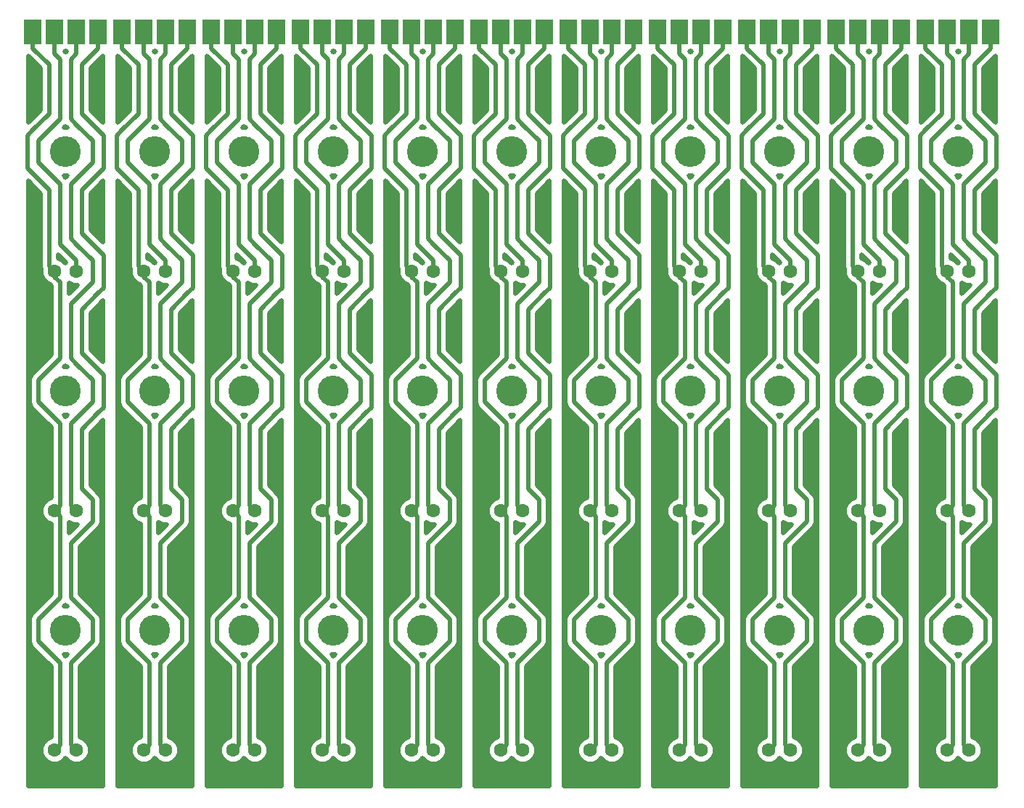
<source format=gtl>
%FSLAX34Y34*%
G04 Gerber Fmt 3.4, Leading zero omitted, Abs format*
G04 (created by PCBNEW (2014-03-10 BZR 4741)-product) date 3/24/2014 1:58:16 PM*
%MOIN*%
G01*
G70*
G90*
G04 APERTURE LIST*
%ADD10C,0.006000*%
%ADD11C,0.062992*%
%ADD12R,0.078740X0.118110*%
%ADD13C,0.141732*%
%ADD14C,0.020000*%
G04 APERTURE END LIST*
G54D10*
G54D11*
X107050Y-63050D03*
X108050Y-63050D03*
X107050Y-52050D03*
X108050Y-52050D03*
X107050Y-41050D03*
X108050Y-41050D03*
G54D12*
X106050Y-30050D03*
X107050Y-30050D03*
X108050Y-30050D03*
X109050Y-30050D03*
G54D13*
X107550Y-57550D03*
X107550Y-46550D03*
X107550Y-35550D03*
G54D11*
X102950Y-63050D03*
X103950Y-63050D03*
X102950Y-52050D03*
X103950Y-52050D03*
X102950Y-41050D03*
X103950Y-41050D03*
G54D12*
X101950Y-30050D03*
X102950Y-30050D03*
X103950Y-30050D03*
X104950Y-30050D03*
G54D13*
X103450Y-57550D03*
X103450Y-46550D03*
X103450Y-35550D03*
X87050Y-35550D03*
X87050Y-46550D03*
X87050Y-57550D03*
G54D12*
X88550Y-30050D03*
X87550Y-30050D03*
X86550Y-30050D03*
X85550Y-30050D03*
G54D11*
X86550Y-41050D03*
X87550Y-41050D03*
X86550Y-52050D03*
X87550Y-52050D03*
X86550Y-63050D03*
X87550Y-63050D03*
X90650Y-63050D03*
X91650Y-63050D03*
X90650Y-52050D03*
X91650Y-52050D03*
X90650Y-41050D03*
X91650Y-41050D03*
G54D12*
X89650Y-30050D03*
X90650Y-30050D03*
X91650Y-30050D03*
X92650Y-30050D03*
G54D13*
X91150Y-57550D03*
X91150Y-46550D03*
X91150Y-35550D03*
X99350Y-35550D03*
X99350Y-46550D03*
X99350Y-57550D03*
G54D12*
X100850Y-30050D03*
X99850Y-30050D03*
X98850Y-30050D03*
X97850Y-30050D03*
G54D11*
X98850Y-41050D03*
X99850Y-41050D03*
X98850Y-52050D03*
X99850Y-52050D03*
X98850Y-63050D03*
X99850Y-63050D03*
X94750Y-63050D03*
X95750Y-63050D03*
X94750Y-52050D03*
X95750Y-52050D03*
X94750Y-41050D03*
X95750Y-41050D03*
G54D12*
X93750Y-30050D03*
X94750Y-30050D03*
X95750Y-30050D03*
X96750Y-30050D03*
G54D13*
X95250Y-57550D03*
X95250Y-46550D03*
X95250Y-35550D03*
X78850Y-35550D03*
X78850Y-46550D03*
X78850Y-57550D03*
G54D12*
X80350Y-30050D03*
X79350Y-30050D03*
X78350Y-30050D03*
X77350Y-30050D03*
G54D11*
X78350Y-41050D03*
X79350Y-41050D03*
X78350Y-52050D03*
X79350Y-52050D03*
X78350Y-63050D03*
X79350Y-63050D03*
X82450Y-63050D03*
X83450Y-63050D03*
X82450Y-52050D03*
X83450Y-52050D03*
X82450Y-41050D03*
X83450Y-41050D03*
G54D12*
X81450Y-30050D03*
X82450Y-30050D03*
X83450Y-30050D03*
X84450Y-30050D03*
G54D13*
X82950Y-57550D03*
X82950Y-46550D03*
X82950Y-35550D03*
X74750Y-35550D03*
X74750Y-46550D03*
X74750Y-57550D03*
G54D12*
X76250Y-30050D03*
X75250Y-30050D03*
X74250Y-30050D03*
X73250Y-30050D03*
G54D11*
X74250Y-41050D03*
X75250Y-41050D03*
X74250Y-52050D03*
X75250Y-52050D03*
X74250Y-63050D03*
X75250Y-63050D03*
G54D13*
X111650Y-35550D03*
X111650Y-46550D03*
X111650Y-57550D03*
G54D12*
X113150Y-30050D03*
X112150Y-30050D03*
X111150Y-30050D03*
X110150Y-30050D03*
G54D11*
X111150Y-41050D03*
X112150Y-41050D03*
X111150Y-52050D03*
X112150Y-52050D03*
X111150Y-63050D03*
X112150Y-63050D03*
X70150Y-63050D03*
X71150Y-63050D03*
X70150Y-52050D03*
X71150Y-52050D03*
X70150Y-41050D03*
X71150Y-41050D03*
G54D12*
X69150Y-30050D03*
X70150Y-30050D03*
X71150Y-30050D03*
X72150Y-30050D03*
G54D13*
X70650Y-57550D03*
X70650Y-46550D03*
X70650Y-35550D03*
G54D14*
X107050Y-30050D02*
X107050Y-30800D01*
X106300Y-36050D02*
X106300Y-35050D01*
X106300Y-35050D02*
X107050Y-34300D01*
X107050Y-31050D02*
X107300Y-31300D01*
X107300Y-31300D02*
X107300Y-34050D01*
X107300Y-34050D02*
X107050Y-34300D01*
X107050Y-30800D02*
X107050Y-31050D01*
X107300Y-37050D02*
X107300Y-39800D01*
X106300Y-36050D02*
X107300Y-37050D01*
X108050Y-40550D02*
X108050Y-41050D01*
X107300Y-39800D02*
X108050Y-40550D01*
X102950Y-30050D02*
X102950Y-30800D01*
X102200Y-36050D02*
X102200Y-35050D01*
X102200Y-35050D02*
X102950Y-34300D01*
X102950Y-31050D02*
X103200Y-31300D01*
X103200Y-31300D02*
X103200Y-34050D01*
X103200Y-34050D02*
X102950Y-34300D01*
X102950Y-30800D02*
X102950Y-31050D01*
X103200Y-37050D02*
X103200Y-39800D01*
X102200Y-36050D02*
X103200Y-37050D01*
X103950Y-40550D02*
X103950Y-41050D01*
X103200Y-39800D02*
X103950Y-40550D01*
X86800Y-39800D02*
X87550Y-40550D01*
X87550Y-40550D02*
X87550Y-41050D01*
X85800Y-36050D02*
X86800Y-37050D01*
X86800Y-37050D02*
X86800Y-39800D01*
X86550Y-30800D02*
X86550Y-31050D01*
X86800Y-34050D02*
X86550Y-34300D01*
X86800Y-31300D02*
X86800Y-34050D01*
X86550Y-31050D02*
X86800Y-31300D01*
X85800Y-35050D02*
X86550Y-34300D01*
X85800Y-36050D02*
X85800Y-35050D01*
X86550Y-30050D02*
X86550Y-30800D01*
X90650Y-30050D02*
X90650Y-30800D01*
X89900Y-36050D02*
X89900Y-35050D01*
X89900Y-35050D02*
X90650Y-34300D01*
X90650Y-31050D02*
X90900Y-31300D01*
X90900Y-31300D02*
X90900Y-34050D01*
X90900Y-34050D02*
X90650Y-34300D01*
X90650Y-30800D02*
X90650Y-31050D01*
X90900Y-37050D02*
X90900Y-39800D01*
X89900Y-36050D02*
X90900Y-37050D01*
X91650Y-40550D02*
X91650Y-41050D01*
X90900Y-39800D02*
X91650Y-40550D01*
X99100Y-39800D02*
X99850Y-40550D01*
X99850Y-40550D02*
X99850Y-41050D01*
X98100Y-36050D02*
X99100Y-37050D01*
X99100Y-37050D02*
X99100Y-39800D01*
X98850Y-30800D02*
X98850Y-31050D01*
X99100Y-34050D02*
X98850Y-34300D01*
X99100Y-31300D02*
X99100Y-34050D01*
X98850Y-31050D02*
X99100Y-31300D01*
X98100Y-35050D02*
X98850Y-34300D01*
X98100Y-36050D02*
X98100Y-35050D01*
X98850Y-30050D02*
X98850Y-30800D01*
X94750Y-30050D02*
X94750Y-30800D01*
X94000Y-36050D02*
X94000Y-35050D01*
X94000Y-35050D02*
X94750Y-34300D01*
X94750Y-31050D02*
X95000Y-31300D01*
X95000Y-31300D02*
X95000Y-34050D01*
X95000Y-34050D02*
X94750Y-34300D01*
X94750Y-30800D02*
X94750Y-31050D01*
X95000Y-37050D02*
X95000Y-39800D01*
X94000Y-36050D02*
X95000Y-37050D01*
X95750Y-40550D02*
X95750Y-41050D01*
X95000Y-39800D02*
X95750Y-40550D01*
X78600Y-39800D02*
X79350Y-40550D01*
X79350Y-40550D02*
X79350Y-41050D01*
X77600Y-36050D02*
X78600Y-37050D01*
X78600Y-37050D02*
X78600Y-39800D01*
X78350Y-30800D02*
X78350Y-31050D01*
X78600Y-34050D02*
X78350Y-34300D01*
X78600Y-31300D02*
X78600Y-34050D01*
X78350Y-31050D02*
X78600Y-31300D01*
X77600Y-35050D02*
X78350Y-34300D01*
X77600Y-36050D02*
X77600Y-35050D01*
X78350Y-30050D02*
X78350Y-30800D01*
X82450Y-30050D02*
X82450Y-30800D01*
X81700Y-36050D02*
X81700Y-35050D01*
X81700Y-35050D02*
X82450Y-34300D01*
X82450Y-31050D02*
X82700Y-31300D01*
X82700Y-31300D02*
X82700Y-34050D01*
X82700Y-34050D02*
X82450Y-34300D01*
X82450Y-30800D02*
X82450Y-31050D01*
X82700Y-37050D02*
X82700Y-39800D01*
X81700Y-36050D02*
X82700Y-37050D01*
X83450Y-40550D02*
X83450Y-41050D01*
X82700Y-39800D02*
X83450Y-40550D01*
X74500Y-39800D02*
X75250Y-40550D01*
X75250Y-40550D02*
X75250Y-41050D01*
X73500Y-36050D02*
X74500Y-37050D01*
X74500Y-37050D02*
X74500Y-39800D01*
X74250Y-30800D02*
X74250Y-31050D01*
X74500Y-34050D02*
X74250Y-34300D01*
X74500Y-31300D02*
X74500Y-34050D01*
X74250Y-31050D02*
X74500Y-31300D01*
X73500Y-35050D02*
X74250Y-34300D01*
X73500Y-36050D02*
X73500Y-35050D01*
X74250Y-30050D02*
X74250Y-30800D01*
X111400Y-39800D02*
X112150Y-40550D01*
X112150Y-40550D02*
X112150Y-41050D01*
X110400Y-36050D02*
X111400Y-37050D01*
X111400Y-37050D02*
X111400Y-39800D01*
X111150Y-30800D02*
X111150Y-31050D01*
X111400Y-34050D02*
X111150Y-34300D01*
X111400Y-31300D02*
X111400Y-34050D01*
X111150Y-31050D02*
X111400Y-31300D01*
X110400Y-35050D02*
X111150Y-34300D01*
X110400Y-36050D02*
X110400Y-35050D01*
X111150Y-30050D02*
X111150Y-30800D01*
X70150Y-30050D02*
X70150Y-30800D01*
X69400Y-36050D02*
X69400Y-35050D01*
X69400Y-35050D02*
X70150Y-34300D01*
X70150Y-31050D02*
X70400Y-31300D01*
X70400Y-31300D02*
X70400Y-34050D01*
X70400Y-34050D02*
X70150Y-34300D01*
X70150Y-30800D02*
X70150Y-31050D01*
X70400Y-37050D02*
X70400Y-39800D01*
X69400Y-36050D02*
X70400Y-37050D01*
X71150Y-40550D02*
X71150Y-41050D01*
X70400Y-39800D02*
X71150Y-40550D01*
X105800Y-36300D02*
X106050Y-36550D01*
X105800Y-35050D02*
X105800Y-34800D01*
X105800Y-34800D02*
X106050Y-34550D01*
X105800Y-36050D02*
X105800Y-35050D01*
X105800Y-36050D02*
X105800Y-36300D01*
X106050Y-30800D02*
X106800Y-31550D01*
X106800Y-31550D02*
X106800Y-33800D01*
X106800Y-33800D02*
X106050Y-34550D01*
X106050Y-30050D02*
X106050Y-30800D01*
X106800Y-37300D02*
X106800Y-40800D01*
X106800Y-40800D02*
X107050Y-41050D01*
X106050Y-36550D02*
X106800Y-37300D01*
X107050Y-41300D02*
X107300Y-41550D01*
X107300Y-41550D02*
X107300Y-45050D01*
X107300Y-45050D02*
X106300Y-46050D01*
X106300Y-46050D02*
X106300Y-47050D01*
X106300Y-47050D02*
X107300Y-48050D01*
X107300Y-48050D02*
X107300Y-51800D01*
X107300Y-51800D02*
X107050Y-52050D01*
X107050Y-41050D02*
X107050Y-41300D01*
X107300Y-52300D02*
X107300Y-56050D01*
X107300Y-56050D02*
X106300Y-57050D01*
X106300Y-57050D02*
X106300Y-58050D01*
X106300Y-58050D02*
X107300Y-59050D01*
X107300Y-59050D02*
X107300Y-62800D01*
X107300Y-62800D02*
X107050Y-63050D01*
X107050Y-52050D02*
X107300Y-52300D01*
X101700Y-36300D02*
X101950Y-36550D01*
X101700Y-35050D02*
X101700Y-34800D01*
X101700Y-34800D02*
X101950Y-34550D01*
X101700Y-36050D02*
X101700Y-35050D01*
X101700Y-36050D02*
X101700Y-36300D01*
X101950Y-30800D02*
X102700Y-31550D01*
X102700Y-31550D02*
X102700Y-33800D01*
X102700Y-33800D02*
X101950Y-34550D01*
X101950Y-30050D02*
X101950Y-30800D01*
X102700Y-37300D02*
X102700Y-40800D01*
X102700Y-40800D02*
X102950Y-41050D01*
X101950Y-36550D02*
X102700Y-37300D01*
X102950Y-41300D02*
X103200Y-41550D01*
X103200Y-41550D02*
X103200Y-45050D01*
X103200Y-45050D02*
X102200Y-46050D01*
X102200Y-46050D02*
X102200Y-47050D01*
X102200Y-47050D02*
X103200Y-48050D01*
X103200Y-48050D02*
X103200Y-51800D01*
X103200Y-51800D02*
X102950Y-52050D01*
X102950Y-41050D02*
X102950Y-41300D01*
X103200Y-52300D02*
X103200Y-56050D01*
X103200Y-56050D02*
X102200Y-57050D01*
X102200Y-57050D02*
X102200Y-58050D01*
X102200Y-58050D02*
X103200Y-59050D01*
X103200Y-59050D02*
X103200Y-62800D01*
X103200Y-62800D02*
X102950Y-63050D01*
X102950Y-52050D02*
X103200Y-52300D01*
X86550Y-52050D02*
X86800Y-52300D01*
X86800Y-62800D02*
X86550Y-63050D01*
X86800Y-59050D02*
X86800Y-62800D01*
X85800Y-58050D02*
X86800Y-59050D01*
X85800Y-57050D02*
X85800Y-58050D01*
X86800Y-56050D02*
X85800Y-57050D01*
X86800Y-52300D02*
X86800Y-56050D01*
X86550Y-41050D02*
X86550Y-41300D01*
X86800Y-51800D02*
X86550Y-52050D01*
X86800Y-48050D02*
X86800Y-51800D01*
X85800Y-47050D02*
X86800Y-48050D01*
X85800Y-46050D02*
X85800Y-47050D01*
X86800Y-45050D02*
X85800Y-46050D01*
X86800Y-41550D02*
X86800Y-45050D01*
X86550Y-41300D02*
X86800Y-41550D01*
X85550Y-36550D02*
X86300Y-37300D01*
X86300Y-40800D02*
X86550Y-41050D01*
X86300Y-37300D02*
X86300Y-40800D01*
X85550Y-30050D02*
X85550Y-30800D01*
X86300Y-33800D02*
X85550Y-34550D01*
X86300Y-31550D02*
X86300Y-33800D01*
X85550Y-30800D02*
X86300Y-31550D01*
X85300Y-36050D02*
X85300Y-36300D01*
X85300Y-36050D02*
X85300Y-35050D01*
X85300Y-34800D02*
X85550Y-34550D01*
X85300Y-35050D02*
X85300Y-34800D01*
X85300Y-36300D02*
X85550Y-36550D01*
X89400Y-36300D02*
X89650Y-36550D01*
X89400Y-35050D02*
X89400Y-34800D01*
X89400Y-34800D02*
X89650Y-34550D01*
X89400Y-36050D02*
X89400Y-35050D01*
X89400Y-36050D02*
X89400Y-36300D01*
X89650Y-30800D02*
X90400Y-31550D01*
X90400Y-31550D02*
X90400Y-33800D01*
X90400Y-33800D02*
X89650Y-34550D01*
X89650Y-30050D02*
X89650Y-30800D01*
X90400Y-37300D02*
X90400Y-40800D01*
X90400Y-40800D02*
X90650Y-41050D01*
X89650Y-36550D02*
X90400Y-37300D01*
X90650Y-41300D02*
X90900Y-41550D01*
X90900Y-41550D02*
X90900Y-45050D01*
X90900Y-45050D02*
X89900Y-46050D01*
X89900Y-46050D02*
X89900Y-47050D01*
X89900Y-47050D02*
X90900Y-48050D01*
X90900Y-48050D02*
X90900Y-51800D01*
X90900Y-51800D02*
X90650Y-52050D01*
X90650Y-41050D02*
X90650Y-41300D01*
X90900Y-52300D02*
X90900Y-56050D01*
X90900Y-56050D02*
X89900Y-57050D01*
X89900Y-57050D02*
X89900Y-58050D01*
X89900Y-58050D02*
X90900Y-59050D01*
X90900Y-59050D02*
X90900Y-62800D01*
X90900Y-62800D02*
X90650Y-63050D01*
X90650Y-52050D02*
X90900Y-52300D01*
X98850Y-52050D02*
X99100Y-52300D01*
X99100Y-62800D02*
X98850Y-63050D01*
X99100Y-59050D02*
X99100Y-62800D01*
X98100Y-58050D02*
X99100Y-59050D01*
X98100Y-57050D02*
X98100Y-58050D01*
X99100Y-56050D02*
X98100Y-57050D01*
X99100Y-52300D02*
X99100Y-56050D01*
X98850Y-41050D02*
X98850Y-41300D01*
X99100Y-51800D02*
X98850Y-52050D01*
X99100Y-48050D02*
X99100Y-51800D01*
X98100Y-47050D02*
X99100Y-48050D01*
X98100Y-46050D02*
X98100Y-47050D01*
X99100Y-45050D02*
X98100Y-46050D01*
X99100Y-41550D02*
X99100Y-45050D01*
X98850Y-41300D02*
X99100Y-41550D01*
X97850Y-36550D02*
X98600Y-37300D01*
X98600Y-40800D02*
X98850Y-41050D01*
X98600Y-37300D02*
X98600Y-40800D01*
X97850Y-30050D02*
X97850Y-30800D01*
X98600Y-33800D02*
X97850Y-34550D01*
X98600Y-31550D02*
X98600Y-33800D01*
X97850Y-30800D02*
X98600Y-31550D01*
X97600Y-36050D02*
X97600Y-36300D01*
X97600Y-36050D02*
X97600Y-35050D01*
X97600Y-34800D02*
X97850Y-34550D01*
X97600Y-35050D02*
X97600Y-34800D01*
X97600Y-36300D02*
X97850Y-36550D01*
X93500Y-36300D02*
X93750Y-36550D01*
X93500Y-35050D02*
X93500Y-34800D01*
X93500Y-34800D02*
X93750Y-34550D01*
X93500Y-36050D02*
X93500Y-35050D01*
X93500Y-36050D02*
X93500Y-36300D01*
X93750Y-30800D02*
X94500Y-31550D01*
X94500Y-31550D02*
X94500Y-33800D01*
X94500Y-33800D02*
X93750Y-34550D01*
X93750Y-30050D02*
X93750Y-30800D01*
X94500Y-37300D02*
X94500Y-40800D01*
X94500Y-40800D02*
X94750Y-41050D01*
X93750Y-36550D02*
X94500Y-37300D01*
X94750Y-41300D02*
X95000Y-41550D01*
X95000Y-41550D02*
X95000Y-45050D01*
X95000Y-45050D02*
X94000Y-46050D01*
X94000Y-46050D02*
X94000Y-47050D01*
X94000Y-47050D02*
X95000Y-48050D01*
X95000Y-48050D02*
X95000Y-51800D01*
X95000Y-51800D02*
X94750Y-52050D01*
X94750Y-41050D02*
X94750Y-41300D01*
X95000Y-52300D02*
X95000Y-56050D01*
X95000Y-56050D02*
X94000Y-57050D01*
X94000Y-57050D02*
X94000Y-58050D01*
X94000Y-58050D02*
X95000Y-59050D01*
X95000Y-59050D02*
X95000Y-62800D01*
X95000Y-62800D02*
X94750Y-63050D01*
X94750Y-52050D02*
X95000Y-52300D01*
X78350Y-52050D02*
X78600Y-52300D01*
X78600Y-62800D02*
X78350Y-63050D01*
X78600Y-59050D02*
X78600Y-62800D01*
X77600Y-58050D02*
X78600Y-59050D01*
X77600Y-57050D02*
X77600Y-58050D01*
X78600Y-56050D02*
X77600Y-57050D01*
X78600Y-52300D02*
X78600Y-56050D01*
X78350Y-41050D02*
X78350Y-41300D01*
X78600Y-51800D02*
X78350Y-52050D01*
X78600Y-48050D02*
X78600Y-51800D01*
X77600Y-47050D02*
X78600Y-48050D01*
X77600Y-46050D02*
X77600Y-47050D01*
X78600Y-45050D02*
X77600Y-46050D01*
X78600Y-41550D02*
X78600Y-45050D01*
X78350Y-41300D02*
X78600Y-41550D01*
X77350Y-36550D02*
X78100Y-37300D01*
X78100Y-40800D02*
X78350Y-41050D01*
X78100Y-37300D02*
X78100Y-40800D01*
X77350Y-30050D02*
X77350Y-30800D01*
X78100Y-33800D02*
X77350Y-34550D01*
X78100Y-31550D02*
X78100Y-33800D01*
X77350Y-30800D02*
X78100Y-31550D01*
X77100Y-36050D02*
X77100Y-36300D01*
X77100Y-36050D02*
X77100Y-35050D01*
X77100Y-34800D02*
X77350Y-34550D01*
X77100Y-35050D02*
X77100Y-34800D01*
X77100Y-36300D02*
X77350Y-36550D01*
X81200Y-36300D02*
X81450Y-36550D01*
X81200Y-35050D02*
X81200Y-34800D01*
X81200Y-34800D02*
X81450Y-34550D01*
X81200Y-36050D02*
X81200Y-35050D01*
X81200Y-36050D02*
X81200Y-36300D01*
X81450Y-30800D02*
X82200Y-31550D01*
X82200Y-31550D02*
X82200Y-33800D01*
X82200Y-33800D02*
X81450Y-34550D01*
X81450Y-30050D02*
X81450Y-30800D01*
X82200Y-37300D02*
X82200Y-40800D01*
X82200Y-40800D02*
X82450Y-41050D01*
X81450Y-36550D02*
X82200Y-37300D01*
X82450Y-41300D02*
X82700Y-41550D01*
X82700Y-41550D02*
X82700Y-45050D01*
X82700Y-45050D02*
X81700Y-46050D01*
X81700Y-46050D02*
X81700Y-47050D01*
X81700Y-47050D02*
X82700Y-48050D01*
X82700Y-48050D02*
X82700Y-51800D01*
X82700Y-51800D02*
X82450Y-52050D01*
X82450Y-41050D02*
X82450Y-41300D01*
X82700Y-52300D02*
X82700Y-56050D01*
X82700Y-56050D02*
X81700Y-57050D01*
X81700Y-57050D02*
X81700Y-58050D01*
X81700Y-58050D02*
X82700Y-59050D01*
X82700Y-59050D02*
X82700Y-62800D01*
X82700Y-62800D02*
X82450Y-63050D01*
X82450Y-52050D02*
X82700Y-52300D01*
X74250Y-52050D02*
X74500Y-52300D01*
X74500Y-62800D02*
X74250Y-63050D01*
X74500Y-59050D02*
X74500Y-62800D01*
X73500Y-58050D02*
X74500Y-59050D01*
X73500Y-57050D02*
X73500Y-58050D01*
X74500Y-56050D02*
X73500Y-57050D01*
X74500Y-52300D02*
X74500Y-56050D01*
X74250Y-41050D02*
X74250Y-41300D01*
X74500Y-51800D02*
X74250Y-52050D01*
X74500Y-48050D02*
X74500Y-51800D01*
X73500Y-47050D02*
X74500Y-48050D01*
X73500Y-46050D02*
X73500Y-47050D01*
X74500Y-45050D02*
X73500Y-46050D01*
X74500Y-41550D02*
X74500Y-45050D01*
X74250Y-41300D02*
X74500Y-41550D01*
X73250Y-36550D02*
X74000Y-37300D01*
X74000Y-40800D02*
X74250Y-41050D01*
X74000Y-37300D02*
X74000Y-40800D01*
X73250Y-30050D02*
X73250Y-30800D01*
X74000Y-33800D02*
X73250Y-34550D01*
X74000Y-31550D02*
X74000Y-33800D01*
X73250Y-30800D02*
X74000Y-31550D01*
X73000Y-36050D02*
X73000Y-36300D01*
X73000Y-36050D02*
X73000Y-35050D01*
X73000Y-34800D02*
X73250Y-34550D01*
X73000Y-35050D02*
X73000Y-34800D01*
X73000Y-36300D02*
X73250Y-36550D01*
X111150Y-52050D02*
X111400Y-52300D01*
X111400Y-62800D02*
X111150Y-63050D01*
X111400Y-59050D02*
X111400Y-62800D01*
X110400Y-58050D02*
X111400Y-59050D01*
X110400Y-57050D02*
X110400Y-58050D01*
X111400Y-56050D02*
X110400Y-57050D01*
X111400Y-52300D02*
X111400Y-56050D01*
X111150Y-41050D02*
X111150Y-41300D01*
X111400Y-51800D02*
X111150Y-52050D01*
X111400Y-48050D02*
X111400Y-51800D01*
X110400Y-47050D02*
X111400Y-48050D01*
X110400Y-46050D02*
X110400Y-47050D01*
X111400Y-45050D02*
X110400Y-46050D01*
X111400Y-41550D02*
X111400Y-45050D01*
X111150Y-41300D02*
X111400Y-41550D01*
X110150Y-36550D02*
X110900Y-37300D01*
X110900Y-40800D02*
X111150Y-41050D01*
X110900Y-37300D02*
X110900Y-40800D01*
X110150Y-30050D02*
X110150Y-30800D01*
X110900Y-33800D02*
X110150Y-34550D01*
X110900Y-31550D02*
X110900Y-33800D01*
X110150Y-30800D02*
X110900Y-31550D01*
X109900Y-36050D02*
X109900Y-36300D01*
X109900Y-36050D02*
X109900Y-35050D01*
X109900Y-34800D02*
X110150Y-34550D01*
X109900Y-35050D02*
X109900Y-34800D01*
X109900Y-36300D02*
X110150Y-36550D01*
X68900Y-36300D02*
X69150Y-36550D01*
X68900Y-35050D02*
X68900Y-34800D01*
X68900Y-34800D02*
X69150Y-34550D01*
X68900Y-36050D02*
X68900Y-35050D01*
X68900Y-36050D02*
X68900Y-36300D01*
X69150Y-30800D02*
X69900Y-31550D01*
X69900Y-31550D02*
X69900Y-33800D01*
X69900Y-33800D02*
X69150Y-34550D01*
X69150Y-30050D02*
X69150Y-30800D01*
X69900Y-37300D02*
X69900Y-40800D01*
X69900Y-40800D02*
X70150Y-41050D01*
X69150Y-36550D02*
X69900Y-37300D01*
X70150Y-41300D02*
X70400Y-41550D01*
X70400Y-41550D02*
X70400Y-45050D01*
X70400Y-45050D02*
X69400Y-46050D01*
X69400Y-46050D02*
X69400Y-47050D01*
X69400Y-47050D02*
X70400Y-48050D01*
X70400Y-48050D02*
X70400Y-51800D01*
X70400Y-51800D02*
X70150Y-52050D01*
X70150Y-41050D02*
X70150Y-41300D01*
X70400Y-52300D02*
X70400Y-56050D01*
X70400Y-56050D02*
X69400Y-57050D01*
X69400Y-57050D02*
X69400Y-58050D01*
X69400Y-58050D02*
X70400Y-59050D01*
X70400Y-59050D02*
X70400Y-62800D01*
X70400Y-62800D02*
X70150Y-63050D01*
X70150Y-52050D02*
X70400Y-52300D01*
X108050Y-31050D02*
X107800Y-31300D01*
X107800Y-31300D02*
X107800Y-34050D01*
X107800Y-34050D02*
X108050Y-34300D01*
X108050Y-30050D02*
X108050Y-31050D01*
X108050Y-34300D02*
X108800Y-35050D01*
X108800Y-35050D02*
X108800Y-36050D01*
X108800Y-46050D02*
X108800Y-47050D01*
X108050Y-45300D02*
X108800Y-46050D01*
X108800Y-40550D02*
X108800Y-41550D01*
X108050Y-39800D02*
X108800Y-40550D01*
X107800Y-37050D02*
X107800Y-39550D01*
X107800Y-39550D02*
X108050Y-39800D01*
X108800Y-36050D02*
X107800Y-37050D01*
X107800Y-42550D02*
X107800Y-45050D01*
X107800Y-45050D02*
X108050Y-45300D01*
X108800Y-41550D02*
X107800Y-42550D01*
X107800Y-48050D02*
X107800Y-51800D01*
X107800Y-51800D02*
X108050Y-52050D01*
X108800Y-47050D02*
X107800Y-48050D01*
X103950Y-31050D02*
X103700Y-31300D01*
X103700Y-31300D02*
X103700Y-34050D01*
X103700Y-34050D02*
X103950Y-34300D01*
X103950Y-30050D02*
X103950Y-31050D01*
X103950Y-34300D02*
X104700Y-35050D01*
X104700Y-35050D02*
X104700Y-36050D01*
X104700Y-46050D02*
X104700Y-47050D01*
X103950Y-45300D02*
X104700Y-46050D01*
X104700Y-40550D02*
X104700Y-41550D01*
X103950Y-39800D02*
X104700Y-40550D01*
X103700Y-37050D02*
X103700Y-39550D01*
X103700Y-39550D02*
X103950Y-39800D01*
X104700Y-36050D02*
X103700Y-37050D01*
X103700Y-42550D02*
X103700Y-45050D01*
X103700Y-45050D02*
X103950Y-45300D01*
X104700Y-41550D02*
X103700Y-42550D01*
X103700Y-48050D02*
X103700Y-51800D01*
X103700Y-51800D02*
X103950Y-52050D01*
X104700Y-47050D02*
X103700Y-48050D01*
X88300Y-47050D02*
X87300Y-48050D01*
X87300Y-51800D02*
X87550Y-52050D01*
X87300Y-48050D02*
X87300Y-51800D01*
X88300Y-41550D02*
X87300Y-42550D01*
X87300Y-45050D02*
X87550Y-45300D01*
X87300Y-42550D02*
X87300Y-45050D01*
X88300Y-36050D02*
X87300Y-37050D01*
X87300Y-39550D02*
X87550Y-39800D01*
X87300Y-37050D02*
X87300Y-39550D01*
X87550Y-39800D02*
X88300Y-40550D01*
X88300Y-40550D02*
X88300Y-41550D01*
X87550Y-45300D02*
X88300Y-46050D01*
X88300Y-46050D02*
X88300Y-47050D01*
X88300Y-35050D02*
X88300Y-36050D01*
X87550Y-34300D02*
X88300Y-35050D01*
X87550Y-30050D02*
X87550Y-31050D01*
X87300Y-34050D02*
X87550Y-34300D01*
X87300Y-31300D02*
X87300Y-34050D01*
X87550Y-31050D02*
X87300Y-31300D01*
X91650Y-31050D02*
X91400Y-31300D01*
X91400Y-31300D02*
X91400Y-34050D01*
X91400Y-34050D02*
X91650Y-34300D01*
X91650Y-30050D02*
X91650Y-31050D01*
X91650Y-34300D02*
X92400Y-35050D01*
X92400Y-35050D02*
X92400Y-36050D01*
X92400Y-46050D02*
X92400Y-47050D01*
X91650Y-45300D02*
X92400Y-46050D01*
X92400Y-40550D02*
X92400Y-41550D01*
X91650Y-39800D02*
X92400Y-40550D01*
X91400Y-37050D02*
X91400Y-39550D01*
X91400Y-39550D02*
X91650Y-39800D01*
X92400Y-36050D02*
X91400Y-37050D01*
X91400Y-42550D02*
X91400Y-45050D01*
X91400Y-45050D02*
X91650Y-45300D01*
X92400Y-41550D02*
X91400Y-42550D01*
X91400Y-48050D02*
X91400Y-51800D01*
X91400Y-51800D02*
X91650Y-52050D01*
X92400Y-47050D02*
X91400Y-48050D01*
X100600Y-47050D02*
X99600Y-48050D01*
X99600Y-51800D02*
X99850Y-52050D01*
X99600Y-48050D02*
X99600Y-51800D01*
X100600Y-41550D02*
X99600Y-42550D01*
X99600Y-45050D02*
X99850Y-45300D01*
X99600Y-42550D02*
X99600Y-45050D01*
X100600Y-36050D02*
X99600Y-37050D01*
X99600Y-39550D02*
X99850Y-39800D01*
X99600Y-37050D02*
X99600Y-39550D01*
X99850Y-39800D02*
X100600Y-40550D01*
X100600Y-40550D02*
X100600Y-41550D01*
X99850Y-45300D02*
X100600Y-46050D01*
X100600Y-46050D02*
X100600Y-47050D01*
X100600Y-35050D02*
X100600Y-36050D01*
X99850Y-34300D02*
X100600Y-35050D01*
X99850Y-30050D02*
X99850Y-31050D01*
X99600Y-34050D02*
X99850Y-34300D01*
X99600Y-31300D02*
X99600Y-34050D01*
X99850Y-31050D02*
X99600Y-31300D01*
X95750Y-31050D02*
X95500Y-31300D01*
X95500Y-31300D02*
X95500Y-34050D01*
X95500Y-34050D02*
X95750Y-34300D01*
X95750Y-30050D02*
X95750Y-31050D01*
X95750Y-34300D02*
X96500Y-35050D01*
X96500Y-35050D02*
X96500Y-36050D01*
X96500Y-46050D02*
X96500Y-47050D01*
X95750Y-45300D02*
X96500Y-46050D01*
X96500Y-40550D02*
X96500Y-41550D01*
X95750Y-39800D02*
X96500Y-40550D01*
X95500Y-37050D02*
X95500Y-39550D01*
X95500Y-39550D02*
X95750Y-39800D01*
X96500Y-36050D02*
X95500Y-37050D01*
X95500Y-42550D02*
X95500Y-45050D01*
X95500Y-45050D02*
X95750Y-45300D01*
X96500Y-41550D02*
X95500Y-42550D01*
X95500Y-48050D02*
X95500Y-51800D01*
X95500Y-51800D02*
X95750Y-52050D01*
X96500Y-47050D02*
X95500Y-48050D01*
X80100Y-47050D02*
X79100Y-48050D01*
X79100Y-51800D02*
X79350Y-52050D01*
X79100Y-48050D02*
X79100Y-51800D01*
X80100Y-41550D02*
X79100Y-42550D01*
X79100Y-45050D02*
X79350Y-45300D01*
X79100Y-42550D02*
X79100Y-45050D01*
X80100Y-36050D02*
X79100Y-37050D01*
X79100Y-39550D02*
X79350Y-39800D01*
X79100Y-37050D02*
X79100Y-39550D01*
X79350Y-39800D02*
X80100Y-40550D01*
X80100Y-40550D02*
X80100Y-41550D01*
X79350Y-45300D02*
X80100Y-46050D01*
X80100Y-46050D02*
X80100Y-47050D01*
X80100Y-35050D02*
X80100Y-36050D01*
X79350Y-34300D02*
X80100Y-35050D01*
X79350Y-30050D02*
X79350Y-31050D01*
X79100Y-34050D02*
X79350Y-34300D01*
X79100Y-31300D02*
X79100Y-34050D01*
X79350Y-31050D02*
X79100Y-31300D01*
X83450Y-31050D02*
X83200Y-31300D01*
X83200Y-31300D02*
X83200Y-34050D01*
X83200Y-34050D02*
X83450Y-34300D01*
X83450Y-30050D02*
X83450Y-31050D01*
X83450Y-34300D02*
X84200Y-35050D01*
X84200Y-35050D02*
X84200Y-36050D01*
X84200Y-46050D02*
X84200Y-47050D01*
X83450Y-45300D02*
X84200Y-46050D01*
X84200Y-40550D02*
X84200Y-41550D01*
X83450Y-39800D02*
X84200Y-40550D01*
X83200Y-37050D02*
X83200Y-39550D01*
X83200Y-39550D02*
X83450Y-39800D01*
X84200Y-36050D02*
X83200Y-37050D01*
X83200Y-42550D02*
X83200Y-45050D01*
X83200Y-45050D02*
X83450Y-45300D01*
X84200Y-41550D02*
X83200Y-42550D01*
X83200Y-48050D02*
X83200Y-51800D01*
X83200Y-51800D02*
X83450Y-52050D01*
X84200Y-47050D02*
X83200Y-48050D01*
X76000Y-47050D02*
X75000Y-48050D01*
X75000Y-51800D02*
X75250Y-52050D01*
X75000Y-48050D02*
X75000Y-51800D01*
X76000Y-41550D02*
X75000Y-42550D01*
X75000Y-45050D02*
X75250Y-45300D01*
X75000Y-42550D02*
X75000Y-45050D01*
X76000Y-36050D02*
X75000Y-37050D01*
X75000Y-39550D02*
X75250Y-39800D01*
X75000Y-37050D02*
X75000Y-39550D01*
X75250Y-39800D02*
X76000Y-40550D01*
X76000Y-40550D02*
X76000Y-41550D01*
X75250Y-45300D02*
X76000Y-46050D01*
X76000Y-46050D02*
X76000Y-47050D01*
X76000Y-35050D02*
X76000Y-36050D01*
X75250Y-34300D02*
X76000Y-35050D01*
X75250Y-30050D02*
X75250Y-31050D01*
X75000Y-34050D02*
X75250Y-34300D01*
X75000Y-31300D02*
X75000Y-34050D01*
X75250Y-31050D02*
X75000Y-31300D01*
X112900Y-47050D02*
X111900Y-48050D01*
X111900Y-51800D02*
X112150Y-52050D01*
X111900Y-48050D02*
X111900Y-51800D01*
X112900Y-41550D02*
X111900Y-42550D01*
X111900Y-45050D02*
X112150Y-45300D01*
X111900Y-42550D02*
X111900Y-45050D01*
X112900Y-36050D02*
X111900Y-37050D01*
X111900Y-39550D02*
X112150Y-39800D01*
X111900Y-37050D02*
X111900Y-39550D01*
X112150Y-39800D02*
X112900Y-40550D01*
X112900Y-40550D02*
X112900Y-41550D01*
X112150Y-45300D02*
X112900Y-46050D01*
X112900Y-46050D02*
X112900Y-47050D01*
X112900Y-35050D02*
X112900Y-36050D01*
X112150Y-34300D02*
X112900Y-35050D01*
X112150Y-30050D02*
X112150Y-31050D01*
X111900Y-34050D02*
X112150Y-34300D01*
X111900Y-31300D02*
X111900Y-34050D01*
X112150Y-31050D02*
X111900Y-31300D01*
X71150Y-31050D02*
X70900Y-31300D01*
X70900Y-31300D02*
X70900Y-34050D01*
X70900Y-34050D02*
X71150Y-34300D01*
X71150Y-30050D02*
X71150Y-31050D01*
X71150Y-34300D02*
X71900Y-35050D01*
X71900Y-35050D02*
X71900Y-36050D01*
X71900Y-46050D02*
X71900Y-47050D01*
X71150Y-45300D02*
X71900Y-46050D01*
X71900Y-40550D02*
X71900Y-41550D01*
X71150Y-39800D02*
X71900Y-40550D01*
X70900Y-37050D02*
X70900Y-39550D01*
X70900Y-39550D02*
X71150Y-39800D01*
X71900Y-36050D02*
X70900Y-37050D01*
X70900Y-42550D02*
X70900Y-45050D01*
X70900Y-45050D02*
X71150Y-45300D01*
X71900Y-41550D02*
X70900Y-42550D01*
X70900Y-48050D02*
X70900Y-51800D01*
X70900Y-51800D02*
X71150Y-52050D01*
X71900Y-47050D02*
X70900Y-48050D01*
X109050Y-34550D02*
X109300Y-34800D01*
X109300Y-34800D02*
X109300Y-36300D01*
X109300Y-47300D02*
X109050Y-47550D01*
X109300Y-45800D02*
X109300Y-47300D01*
X109050Y-45550D02*
X109300Y-45800D01*
X109300Y-41800D02*
X109050Y-42050D01*
X109300Y-40300D02*
X109300Y-41800D01*
X109050Y-40050D02*
X109300Y-40300D01*
X109050Y-30800D02*
X108300Y-31550D01*
X108300Y-31550D02*
X108300Y-33800D01*
X108300Y-33800D02*
X109050Y-34550D01*
X109050Y-30050D02*
X109050Y-30800D01*
X108300Y-37300D02*
X108300Y-39300D01*
X108300Y-39300D02*
X109050Y-40050D01*
X109300Y-36300D02*
X108300Y-37300D01*
X108300Y-42800D02*
X108300Y-44800D01*
X108300Y-44800D02*
X109050Y-45550D01*
X109050Y-42050D02*
X108300Y-42800D01*
X108300Y-48300D02*
X108300Y-51050D01*
X108300Y-51050D02*
X108800Y-51550D01*
X108800Y-51550D02*
X108800Y-52550D01*
X108800Y-52550D02*
X107800Y-53550D01*
X107800Y-53550D02*
X107800Y-56050D01*
X107800Y-56050D02*
X108800Y-57050D01*
X108800Y-57050D02*
X108800Y-58050D01*
X108800Y-58050D02*
X107800Y-59050D01*
X107800Y-59050D02*
X107800Y-62800D01*
X107800Y-62800D02*
X108050Y-63050D01*
X109050Y-47550D02*
X108300Y-48300D01*
X104950Y-34550D02*
X105200Y-34800D01*
X105200Y-34800D02*
X105200Y-36300D01*
X105200Y-47300D02*
X104950Y-47550D01*
X105200Y-45800D02*
X105200Y-47300D01*
X104950Y-45550D02*
X105200Y-45800D01*
X105200Y-41800D02*
X104950Y-42050D01*
X105200Y-40300D02*
X105200Y-41800D01*
X104950Y-40050D02*
X105200Y-40300D01*
X104950Y-30800D02*
X104200Y-31550D01*
X104200Y-31550D02*
X104200Y-33800D01*
X104200Y-33800D02*
X104950Y-34550D01*
X104950Y-30050D02*
X104950Y-30800D01*
X104200Y-37300D02*
X104200Y-39300D01*
X104200Y-39300D02*
X104950Y-40050D01*
X105200Y-36300D02*
X104200Y-37300D01*
X104200Y-42800D02*
X104200Y-44800D01*
X104200Y-44800D02*
X104950Y-45550D01*
X104950Y-42050D02*
X104200Y-42800D01*
X104200Y-48300D02*
X104200Y-51050D01*
X104200Y-51050D02*
X104700Y-51550D01*
X104700Y-51550D02*
X104700Y-52550D01*
X104700Y-52550D02*
X103700Y-53550D01*
X103700Y-53550D02*
X103700Y-56050D01*
X103700Y-56050D02*
X104700Y-57050D01*
X104700Y-57050D02*
X104700Y-58050D01*
X104700Y-58050D02*
X103700Y-59050D01*
X103700Y-59050D02*
X103700Y-62800D01*
X103700Y-62800D02*
X103950Y-63050D01*
X104950Y-47550D02*
X104200Y-48300D01*
X88550Y-47550D02*
X87800Y-48300D01*
X87300Y-62800D02*
X87550Y-63050D01*
X87300Y-59050D02*
X87300Y-62800D01*
X88300Y-58050D02*
X87300Y-59050D01*
X88300Y-57050D02*
X88300Y-58050D01*
X87300Y-56050D02*
X88300Y-57050D01*
X87300Y-53550D02*
X87300Y-56050D01*
X88300Y-52550D02*
X87300Y-53550D01*
X88300Y-51550D02*
X88300Y-52550D01*
X87800Y-51050D02*
X88300Y-51550D01*
X87800Y-48300D02*
X87800Y-51050D01*
X88550Y-42050D02*
X87800Y-42800D01*
X87800Y-44800D02*
X88550Y-45550D01*
X87800Y-42800D02*
X87800Y-44800D01*
X88800Y-36300D02*
X87800Y-37300D01*
X87800Y-39300D02*
X88550Y-40050D01*
X87800Y-37300D02*
X87800Y-39300D01*
X88550Y-30050D02*
X88550Y-30800D01*
X87800Y-33800D02*
X88550Y-34550D01*
X87800Y-31550D02*
X87800Y-33800D01*
X88550Y-30800D02*
X87800Y-31550D01*
X88550Y-40050D02*
X88800Y-40300D01*
X88800Y-40300D02*
X88800Y-41800D01*
X88800Y-41800D02*
X88550Y-42050D01*
X88550Y-45550D02*
X88800Y-45800D01*
X88800Y-45800D02*
X88800Y-47300D01*
X88800Y-47300D02*
X88550Y-47550D01*
X88800Y-34800D02*
X88800Y-36300D01*
X88550Y-34550D02*
X88800Y-34800D01*
X92650Y-34550D02*
X92900Y-34800D01*
X92900Y-34800D02*
X92900Y-36300D01*
X92900Y-47300D02*
X92650Y-47550D01*
X92900Y-45800D02*
X92900Y-47300D01*
X92650Y-45550D02*
X92900Y-45800D01*
X92900Y-41800D02*
X92650Y-42050D01*
X92900Y-40300D02*
X92900Y-41800D01*
X92650Y-40050D02*
X92900Y-40300D01*
X92650Y-30800D02*
X91900Y-31550D01*
X91900Y-31550D02*
X91900Y-33800D01*
X91900Y-33800D02*
X92650Y-34550D01*
X92650Y-30050D02*
X92650Y-30800D01*
X91900Y-37300D02*
X91900Y-39300D01*
X91900Y-39300D02*
X92650Y-40050D01*
X92900Y-36300D02*
X91900Y-37300D01*
X91900Y-42800D02*
X91900Y-44800D01*
X91900Y-44800D02*
X92650Y-45550D01*
X92650Y-42050D02*
X91900Y-42800D01*
X91900Y-48300D02*
X91900Y-51050D01*
X91900Y-51050D02*
X92400Y-51550D01*
X92400Y-51550D02*
X92400Y-52550D01*
X92400Y-52550D02*
X91400Y-53550D01*
X91400Y-53550D02*
X91400Y-56050D01*
X91400Y-56050D02*
X92400Y-57050D01*
X92400Y-57050D02*
X92400Y-58050D01*
X92400Y-58050D02*
X91400Y-59050D01*
X91400Y-59050D02*
X91400Y-62800D01*
X91400Y-62800D02*
X91650Y-63050D01*
X92650Y-47550D02*
X91900Y-48300D01*
X100850Y-47550D02*
X100100Y-48300D01*
X99600Y-62800D02*
X99850Y-63050D01*
X99600Y-59050D02*
X99600Y-62800D01*
X100600Y-58050D02*
X99600Y-59050D01*
X100600Y-57050D02*
X100600Y-58050D01*
X99600Y-56050D02*
X100600Y-57050D01*
X99600Y-53550D02*
X99600Y-56050D01*
X100600Y-52550D02*
X99600Y-53550D01*
X100600Y-51550D02*
X100600Y-52550D01*
X100100Y-51050D02*
X100600Y-51550D01*
X100100Y-48300D02*
X100100Y-51050D01*
X100850Y-42050D02*
X100100Y-42800D01*
X100100Y-44800D02*
X100850Y-45550D01*
X100100Y-42800D02*
X100100Y-44800D01*
X101100Y-36300D02*
X100100Y-37300D01*
X100100Y-39300D02*
X100850Y-40050D01*
X100100Y-37300D02*
X100100Y-39300D01*
X100850Y-30050D02*
X100850Y-30800D01*
X100100Y-33800D02*
X100850Y-34550D01*
X100100Y-31550D02*
X100100Y-33800D01*
X100850Y-30800D02*
X100100Y-31550D01*
X100850Y-40050D02*
X101100Y-40300D01*
X101100Y-40300D02*
X101100Y-41800D01*
X101100Y-41800D02*
X100850Y-42050D01*
X100850Y-45550D02*
X101100Y-45800D01*
X101100Y-45800D02*
X101100Y-47300D01*
X101100Y-47300D02*
X100850Y-47550D01*
X101100Y-34800D02*
X101100Y-36300D01*
X100850Y-34550D02*
X101100Y-34800D01*
X96750Y-34550D02*
X97000Y-34800D01*
X97000Y-34800D02*
X97000Y-36300D01*
X97000Y-47300D02*
X96750Y-47550D01*
X97000Y-45800D02*
X97000Y-47300D01*
X96750Y-45550D02*
X97000Y-45800D01*
X97000Y-41800D02*
X96750Y-42050D01*
X97000Y-40300D02*
X97000Y-41800D01*
X96750Y-40050D02*
X97000Y-40300D01*
X96750Y-30800D02*
X96000Y-31550D01*
X96000Y-31550D02*
X96000Y-33800D01*
X96000Y-33800D02*
X96750Y-34550D01*
X96750Y-30050D02*
X96750Y-30800D01*
X96000Y-37300D02*
X96000Y-39300D01*
X96000Y-39300D02*
X96750Y-40050D01*
X97000Y-36300D02*
X96000Y-37300D01*
X96000Y-42800D02*
X96000Y-44800D01*
X96000Y-44800D02*
X96750Y-45550D01*
X96750Y-42050D02*
X96000Y-42800D01*
X96000Y-48300D02*
X96000Y-51050D01*
X96000Y-51050D02*
X96500Y-51550D01*
X96500Y-51550D02*
X96500Y-52550D01*
X96500Y-52550D02*
X95500Y-53550D01*
X95500Y-53550D02*
X95500Y-56050D01*
X95500Y-56050D02*
X96500Y-57050D01*
X96500Y-57050D02*
X96500Y-58050D01*
X96500Y-58050D02*
X95500Y-59050D01*
X95500Y-59050D02*
X95500Y-62800D01*
X95500Y-62800D02*
X95750Y-63050D01*
X96750Y-47550D02*
X96000Y-48300D01*
X80350Y-47550D02*
X79600Y-48300D01*
X79100Y-62800D02*
X79350Y-63050D01*
X79100Y-59050D02*
X79100Y-62800D01*
X80100Y-58050D02*
X79100Y-59050D01*
X80100Y-57050D02*
X80100Y-58050D01*
X79100Y-56050D02*
X80100Y-57050D01*
X79100Y-53550D02*
X79100Y-56050D01*
X80100Y-52550D02*
X79100Y-53550D01*
X80100Y-51550D02*
X80100Y-52550D01*
X79600Y-51050D02*
X80100Y-51550D01*
X79600Y-48300D02*
X79600Y-51050D01*
X80350Y-42050D02*
X79600Y-42800D01*
X79600Y-44800D02*
X80350Y-45550D01*
X79600Y-42800D02*
X79600Y-44800D01*
X80600Y-36300D02*
X79600Y-37300D01*
X79600Y-39300D02*
X80350Y-40050D01*
X79600Y-37300D02*
X79600Y-39300D01*
X80350Y-30050D02*
X80350Y-30800D01*
X79600Y-33800D02*
X80350Y-34550D01*
X79600Y-31550D02*
X79600Y-33800D01*
X80350Y-30800D02*
X79600Y-31550D01*
X80350Y-40050D02*
X80600Y-40300D01*
X80600Y-40300D02*
X80600Y-41800D01*
X80600Y-41800D02*
X80350Y-42050D01*
X80350Y-45550D02*
X80600Y-45800D01*
X80600Y-45800D02*
X80600Y-47300D01*
X80600Y-47300D02*
X80350Y-47550D01*
X80600Y-34800D02*
X80600Y-36300D01*
X80350Y-34550D02*
X80600Y-34800D01*
X84450Y-34550D02*
X84700Y-34800D01*
X84700Y-34800D02*
X84700Y-36300D01*
X84700Y-47300D02*
X84450Y-47550D01*
X84700Y-45800D02*
X84700Y-47300D01*
X84450Y-45550D02*
X84700Y-45800D01*
X84700Y-41800D02*
X84450Y-42050D01*
X84700Y-40300D02*
X84700Y-41800D01*
X84450Y-40050D02*
X84700Y-40300D01*
X84450Y-30800D02*
X83700Y-31550D01*
X83700Y-31550D02*
X83700Y-33800D01*
X83700Y-33800D02*
X84450Y-34550D01*
X84450Y-30050D02*
X84450Y-30800D01*
X83700Y-37300D02*
X83700Y-39300D01*
X83700Y-39300D02*
X84450Y-40050D01*
X84700Y-36300D02*
X83700Y-37300D01*
X83700Y-42800D02*
X83700Y-44800D01*
X83700Y-44800D02*
X84450Y-45550D01*
X84450Y-42050D02*
X83700Y-42800D01*
X83700Y-48300D02*
X83700Y-51050D01*
X83700Y-51050D02*
X84200Y-51550D01*
X84200Y-51550D02*
X84200Y-52550D01*
X84200Y-52550D02*
X83200Y-53550D01*
X83200Y-53550D02*
X83200Y-56050D01*
X83200Y-56050D02*
X84200Y-57050D01*
X84200Y-57050D02*
X84200Y-58050D01*
X84200Y-58050D02*
X83200Y-59050D01*
X83200Y-59050D02*
X83200Y-62800D01*
X83200Y-62800D02*
X83450Y-63050D01*
X84450Y-47550D02*
X83700Y-48300D01*
X76250Y-47550D02*
X75500Y-48300D01*
X75000Y-62800D02*
X75250Y-63050D01*
X75000Y-59050D02*
X75000Y-62800D01*
X76000Y-58050D02*
X75000Y-59050D01*
X76000Y-57050D02*
X76000Y-58050D01*
X75000Y-56050D02*
X76000Y-57050D01*
X75000Y-53550D02*
X75000Y-56050D01*
X76000Y-52550D02*
X75000Y-53550D01*
X76000Y-51550D02*
X76000Y-52550D01*
X75500Y-51050D02*
X76000Y-51550D01*
X75500Y-48300D02*
X75500Y-51050D01*
X76250Y-42050D02*
X75500Y-42800D01*
X75500Y-44800D02*
X76250Y-45550D01*
X75500Y-42800D02*
X75500Y-44800D01*
X76500Y-36300D02*
X75500Y-37300D01*
X75500Y-39300D02*
X76250Y-40050D01*
X75500Y-37300D02*
X75500Y-39300D01*
X76250Y-30050D02*
X76250Y-30800D01*
X75500Y-33800D02*
X76250Y-34550D01*
X75500Y-31550D02*
X75500Y-33800D01*
X76250Y-30800D02*
X75500Y-31550D01*
X76250Y-40050D02*
X76500Y-40300D01*
X76500Y-40300D02*
X76500Y-41800D01*
X76500Y-41800D02*
X76250Y-42050D01*
X76250Y-45550D02*
X76500Y-45800D01*
X76500Y-45800D02*
X76500Y-47300D01*
X76500Y-47300D02*
X76250Y-47550D01*
X76500Y-34800D02*
X76500Y-36300D01*
X76250Y-34550D02*
X76500Y-34800D01*
X113150Y-47550D02*
X112400Y-48300D01*
X111900Y-62800D02*
X112150Y-63050D01*
X111900Y-59050D02*
X111900Y-62800D01*
X112900Y-58050D02*
X111900Y-59050D01*
X112900Y-57050D02*
X112900Y-58050D01*
X111900Y-56050D02*
X112900Y-57050D01*
X111900Y-53550D02*
X111900Y-56050D01*
X112900Y-52550D02*
X111900Y-53550D01*
X112900Y-51550D02*
X112900Y-52550D01*
X112400Y-51050D02*
X112900Y-51550D01*
X112400Y-48300D02*
X112400Y-51050D01*
X113150Y-42050D02*
X112400Y-42800D01*
X112400Y-44800D02*
X113150Y-45550D01*
X112400Y-42800D02*
X112400Y-44800D01*
X113400Y-36300D02*
X112400Y-37300D01*
X112400Y-39300D02*
X113150Y-40050D01*
X112400Y-37300D02*
X112400Y-39300D01*
X113150Y-30050D02*
X113150Y-30800D01*
X112400Y-33800D02*
X113150Y-34550D01*
X112400Y-31550D02*
X112400Y-33800D01*
X113150Y-30800D02*
X112400Y-31550D01*
X113150Y-40050D02*
X113400Y-40300D01*
X113400Y-40300D02*
X113400Y-41800D01*
X113400Y-41800D02*
X113150Y-42050D01*
X113150Y-45550D02*
X113400Y-45800D01*
X113400Y-45800D02*
X113400Y-47300D01*
X113400Y-47300D02*
X113150Y-47550D01*
X113400Y-34800D02*
X113400Y-36300D01*
X113150Y-34550D02*
X113400Y-34800D01*
X72150Y-34550D02*
X72400Y-34800D01*
X72400Y-34800D02*
X72400Y-36300D01*
X72400Y-47300D02*
X72150Y-47550D01*
X72400Y-45800D02*
X72400Y-47300D01*
X72150Y-45550D02*
X72400Y-45800D01*
X72400Y-41800D02*
X72150Y-42050D01*
X72400Y-40300D02*
X72400Y-41800D01*
X72150Y-40050D02*
X72400Y-40300D01*
X72150Y-30800D02*
X71400Y-31550D01*
X71400Y-31550D02*
X71400Y-33800D01*
X71400Y-33800D02*
X72150Y-34550D01*
X72150Y-30050D02*
X72150Y-30800D01*
X71400Y-37300D02*
X71400Y-39300D01*
X71400Y-39300D02*
X72150Y-40050D01*
X72400Y-36300D02*
X71400Y-37300D01*
X71400Y-42800D02*
X71400Y-44800D01*
X71400Y-44800D02*
X72150Y-45550D01*
X72150Y-42050D02*
X71400Y-42800D01*
X71400Y-48300D02*
X71400Y-51050D01*
X71400Y-51050D02*
X71900Y-51550D01*
X71900Y-51550D02*
X71900Y-52550D01*
X71900Y-52550D02*
X70900Y-53550D01*
X70900Y-53550D02*
X70900Y-56050D01*
X70900Y-56050D02*
X71900Y-57050D01*
X71900Y-57050D02*
X71900Y-58050D01*
X71900Y-58050D02*
X70900Y-59050D01*
X70900Y-59050D02*
X70900Y-62800D01*
X70900Y-62800D02*
X71150Y-63050D01*
X72150Y-47550D02*
X71400Y-48300D01*
G54D10*
G36*
X69500Y-33634D02*
X68925Y-34209D01*
X68925Y-31140D01*
X69500Y-31715D01*
X69500Y-33634D01*
X69500Y-33634D01*
G37*
G54D14*
X69500Y-33634D02*
X68925Y-34209D01*
X68925Y-31140D01*
X69500Y-31715D01*
X69500Y-33634D01*
G54D10*
G36*
X70682Y-40647D02*
X70649Y-40680D01*
X70498Y-40528D01*
X70300Y-40446D01*
X70300Y-40265D01*
X70682Y-40647D01*
X70682Y-40647D01*
G37*
G54D14*
X70682Y-40647D02*
X70649Y-40680D01*
X70498Y-40528D01*
X70300Y-40446D01*
X70300Y-40265D01*
X70682Y-40647D01*
G54D10*
G36*
X70694Y-30939D02*
X70650Y-30984D01*
X70605Y-30939D01*
X70650Y-30921D01*
X70694Y-30939D01*
X70694Y-30939D01*
G37*
G54D14*
X70694Y-30939D02*
X70650Y-30984D01*
X70605Y-30939D01*
X70650Y-30921D01*
X70694Y-30939D01*
G54D10*
G36*
X70725Y-34440D02*
X70573Y-34441D01*
X70650Y-34365D01*
X70725Y-34440D01*
X70725Y-34440D01*
G37*
G54D14*
X70725Y-34440D02*
X70573Y-34441D01*
X70650Y-34365D01*
X70725Y-34440D01*
G54D10*
G36*
X70725Y-45440D02*
X70573Y-45441D01*
X70650Y-45365D01*
X70725Y-45440D01*
X70725Y-45440D01*
G37*
G54D14*
X70725Y-45440D02*
X70573Y-45441D01*
X70650Y-45365D01*
X70725Y-45440D01*
G54D10*
G36*
X70725Y-56440D02*
X70573Y-56441D01*
X70650Y-56365D01*
X70725Y-56440D01*
X70725Y-56440D01*
G37*
G54D14*
X70725Y-56440D02*
X70573Y-56441D01*
X70650Y-56365D01*
X70725Y-56440D01*
G54D10*
G36*
X70726Y-36658D02*
X70650Y-36734D01*
X70574Y-36659D01*
X70726Y-36658D01*
X70726Y-36658D01*
G37*
G54D14*
X70726Y-36658D02*
X70650Y-36734D01*
X70574Y-36659D01*
X70726Y-36658D01*
G54D10*
G36*
X70726Y-47658D02*
X70650Y-47734D01*
X70574Y-47659D01*
X70726Y-47658D01*
X70726Y-47658D01*
G37*
G54D14*
X70726Y-47658D02*
X70650Y-47734D01*
X70574Y-47659D01*
X70726Y-47658D01*
G54D10*
G36*
X70726Y-58658D02*
X70650Y-58734D01*
X70574Y-58659D01*
X70726Y-58658D01*
X70726Y-58658D01*
G37*
G54D14*
X70726Y-58658D02*
X70650Y-58734D01*
X70574Y-58659D01*
X70726Y-58658D01*
G54D10*
G36*
X71219Y-41665D02*
X70800Y-42084D01*
X70800Y-41569D01*
X70801Y-41571D01*
X71027Y-41664D01*
X71219Y-41665D01*
X71219Y-41665D01*
G37*
G54D14*
X71219Y-41665D02*
X70800Y-42084D01*
X70800Y-41569D01*
X70801Y-41571D01*
X71027Y-41664D01*
X71219Y-41665D01*
G54D10*
G36*
X71219Y-52665D02*
X70800Y-53084D01*
X70800Y-52569D01*
X70801Y-52571D01*
X71027Y-52664D01*
X71219Y-52665D01*
X71219Y-52665D01*
G37*
G54D14*
X71219Y-52665D02*
X70800Y-53084D01*
X70800Y-52569D01*
X70801Y-52571D01*
X71027Y-52664D01*
X71219Y-52665D01*
G54D10*
G36*
X72375Y-34209D02*
X71800Y-33634D01*
X71800Y-31715D01*
X72375Y-31140D01*
X72375Y-34209D01*
X72375Y-34209D01*
G37*
G54D14*
X72375Y-34209D02*
X71800Y-33634D01*
X71800Y-31715D01*
X72375Y-31140D01*
X72375Y-34209D01*
G54D10*
G36*
X72375Y-39709D02*
X71800Y-39134D01*
X71800Y-37465D01*
X72375Y-36890D01*
X72375Y-39709D01*
X72375Y-39709D01*
G37*
G54D14*
X72375Y-39709D02*
X71800Y-39134D01*
X71800Y-37465D01*
X72375Y-36890D01*
X72375Y-39709D01*
G54D10*
G36*
X72375Y-45209D02*
X71800Y-44634D01*
X71800Y-42965D01*
X72375Y-42390D01*
X72375Y-45209D01*
X72375Y-45209D01*
G37*
G54D14*
X72375Y-45209D02*
X71800Y-44634D01*
X71800Y-42965D01*
X72375Y-42390D01*
X72375Y-45209D01*
G54D10*
G36*
X72375Y-64725D02*
X68925Y-64725D01*
X68925Y-36890D01*
X69500Y-37465D01*
X69500Y-40800D01*
X69525Y-40927D01*
X69530Y-40953D01*
X69535Y-40960D01*
X69534Y-41171D01*
X69628Y-41397D01*
X69801Y-41571D01*
X69893Y-41609D01*
X70000Y-41715D01*
X70000Y-44884D01*
X69117Y-45767D01*
X69030Y-45896D01*
X69025Y-45922D01*
X69000Y-46050D01*
X69000Y-47050D01*
X69025Y-47177D01*
X69030Y-47203D01*
X69117Y-47332D01*
X70000Y-48215D01*
X70000Y-51446D01*
X69802Y-51528D01*
X69628Y-51701D01*
X69535Y-51927D01*
X69534Y-52171D01*
X69628Y-52397D01*
X69801Y-52571D01*
X70000Y-52653D01*
X70000Y-55884D01*
X69117Y-56767D01*
X69030Y-56896D01*
X69025Y-56922D01*
X69000Y-57050D01*
X69000Y-58050D01*
X69025Y-58177D01*
X69030Y-58203D01*
X69117Y-58332D01*
X70000Y-59215D01*
X70000Y-62446D01*
X69802Y-62528D01*
X69628Y-62701D01*
X69535Y-62927D01*
X69534Y-63171D01*
X69628Y-63397D01*
X69801Y-63571D01*
X70027Y-63664D01*
X70271Y-63665D01*
X70497Y-63571D01*
X70650Y-63419D01*
X70801Y-63571D01*
X71027Y-63664D01*
X71271Y-63665D01*
X71497Y-63571D01*
X71671Y-63398D01*
X71764Y-63172D01*
X71765Y-62928D01*
X71671Y-62702D01*
X71498Y-62528D01*
X71300Y-62446D01*
X71300Y-59215D01*
X72182Y-58332D01*
X72182Y-58332D01*
X72240Y-58246D01*
X72269Y-58203D01*
X72269Y-58203D01*
X72299Y-58050D01*
X72300Y-58050D01*
X72300Y-57050D01*
X72269Y-56896D01*
X72269Y-56896D01*
X72240Y-56853D01*
X72182Y-56767D01*
X72182Y-56767D01*
X71300Y-55884D01*
X71300Y-53715D01*
X72182Y-52832D01*
X72182Y-52832D01*
X72240Y-52746D01*
X72269Y-52703D01*
X72269Y-52703D01*
X72299Y-52550D01*
X72300Y-52550D01*
X72300Y-51550D01*
X72269Y-51396D01*
X72269Y-51396D01*
X72240Y-51353D01*
X72182Y-51267D01*
X72182Y-51267D01*
X71800Y-50884D01*
X71800Y-48465D01*
X72375Y-47890D01*
X72375Y-64725D01*
X72375Y-64725D01*
G37*
G54D14*
X72375Y-64725D02*
X68925Y-64725D01*
X68925Y-36890D01*
X69500Y-37465D01*
X69500Y-40800D01*
X69525Y-40927D01*
X69530Y-40953D01*
X69535Y-40960D01*
X69534Y-41171D01*
X69628Y-41397D01*
X69801Y-41571D01*
X69893Y-41609D01*
X70000Y-41715D01*
X70000Y-44884D01*
X69117Y-45767D01*
X69030Y-45896D01*
X69025Y-45922D01*
X69000Y-46050D01*
X69000Y-47050D01*
X69025Y-47177D01*
X69030Y-47203D01*
X69117Y-47332D01*
X70000Y-48215D01*
X70000Y-51446D01*
X69802Y-51528D01*
X69628Y-51701D01*
X69535Y-51927D01*
X69534Y-52171D01*
X69628Y-52397D01*
X69801Y-52571D01*
X70000Y-52653D01*
X70000Y-55884D01*
X69117Y-56767D01*
X69030Y-56896D01*
X69025Y-56922D01*
X69000Y-57050D01*
X69000Y-58050D01*
X69025Y-58177D01*
X69030Y-58203D01*
X69117Y-58332D01*
X70000Y-59215D01*
X70000Y-62446D01*
X69802Y-62528D01*
X69628Y-62701D01*
X69535Y-62927D01*
X69534Y-63171D01*
X69628Y-63397D01*
X69801Y-63571D01*
X70027Y-63664D01*
X70271Y-63665D01*
X70497Y-63571D01*
X70650Y-63419D01*
X70801Y-63571D01*
X71027Y-63664D01*
X71271Y-63665D01*
X71497Y-63571D01*
X71671Y-63398D01*
X71764Y-63172D01*
X71765Y-62928D01*
X71671Y-62702D01*
X71498Y-62528D01*
X71300Y-62446D01*
X71300Y-59215D01*
X72182Y-58332D01*
X72182Y-58332D01*
X72240Y-58246D01*
X72269Y-58203D01*
X72269Y-58203D01*
X72299Y-58050D01*
X72300Y-58050D01*
X72300Y-57050D01*
X72269Y-56896D01*
X72269Y-56896D01*
X72240Y-56853D01*
X72182Y-56767D01*
X72182Y-56767D01*
X71300Y-55884D01*
X71300Y-53715D01*
X72182Y-52832D01*
X72182Y-52832D01*
X72240Y-52746D01*
X72269Y-52703D01*
X72269Y-52703D01*
X72299Y-52550D01*
X72300Y-52550D01*
X72300Y-51550D01*
X72269Y-51396D01*
X72269Y-51396D01*
X72240Y-51353D01*
X72182Y-51267D01*
X72182Y-51267D01*
X71800Y-50884D01*
X71800Y-48465D01*
X72375Y-47890D01*
X72375Y-64725D01*
G54D10*
G36*
X110500Y-33634D02*
X109925Y-34209D01*
X109925Y-31140D01*
X110500Y-31715D01*
X110500Y-33634D01*
X110500Y-33634D01*
G37*
G54D14*
X110500Y-33634D02*
X109925Y-34209D01*
X109925Y-31140D01*
X110500Y-31715D01*
X110500Y-33634D01*
G54D10*
G36*
X111682Y-40647D02*
X111649Y-40680D01*
X111498Y-40528D01*
X111300Y-40446D01*
X111300Y-40265D01*
X111682Y-40647D01*
X111682Y-40647D01*
G37*
G54D14*
X111682Y-40647D02*
X111649Y-40680D01*
X111498Y-40528D01*
X111300Y-40446D01*
X111300Y-40265D01*
X111682Y-40647D01*
G54D10*
G36*
X111694Y-30939D02*
X111650Y-30984D01*
X111605Y-30939D01*
X111650Y-30921D01*
X111694Y-30939D01*
X111694Y-30939D01*
G37*
G54D14*
X111694Y-30939D02*
X111650Y-30984D01*
X111605Y-30939D01*
X111650Y-30921D01*
X111694Y-30939D01*
G54D10*
G36*
X111725Y-34440D02*
X111573Y-34441D01*
X111650Y-34365D01*
X111725Y-34440D01*
X111725Y-34440D01*
G37*
G54D14*
X111725Y-34440D02*
X111573Y-34441D01*
X111650Y-34365D01*
X111725Y-34440D01*
G54D10*
G36*
X111725Y-45440D02*
X111573Y-45441D01*
X111650Y-45365D01*
X111725Y-45440D01*
X111725Y-45440D01*
G37*
G54D14*
X111725Y-45440D02*
X111573Y-45441D01*
X111650Y-45365D01*
X111725Y-45440D01*
G54D10*
G36*
X111725Y-56440D02*
X111573Y-56441D01*
X111650Y-56365D01*
X111725Y-56440D01*
X111725Y-56440D01*
G37*
G54D14*
X111725Y-56440D02*
X111573Y-56441D01*
X111650Y-56365D01*
X111725Y-56440D01*
G54D10*
G36*
X111726Y-36658D02*
X111650Y-36734D01*
X111574Y-36659D01*
X111726Y-36658D01*
X111726Y-36658D01*
G37*
G54D14*
X111726Y-36658D02*
X111650Y-36734D01*
X111574Y-36659D01*
X111726Y-36658D01*
G54D10*
G36*
X111726Y-47658D02*
X111650Y-47734D01*
X111574Y-47659D01*
X111726Y-47658D01*
X111726Y-47658D01*
G37*
G54D14*
X111726Y-47658D02*
X111650Y-47734D01*
X111574Y-47659D01*
X111726Y-47658D01*
G54D10*
G36*
X111726Y-58658D02*
X111650Y-58734D01*
X111574Y-58659D01*
X111726Y-58658D01*
X111726Y-58658D01*
G37*
G54D14*
X111726Y-58658D02*
X111650Y-58734D01*
X111574Y-58659D01*
X111726Y-58658D01*
G54D10*
G36*
X112219Y-41665D02*
X111800Y-42084D01*
X111800Y-41569D01*
X111801Y-41571D01*
X112027Y-41664D01*
X112219Y-41665D01*
X112219Y-41665D01*
G37*
G54D14*
X112219Y-41665D02*
X111800Y-42084D01*
X111800Y-41569D01*
X111801Y-41571D01*
X112027Y-41664D01*
X112219Y-41665D01*
G54D10*
G36*
X112219Y-52665D02*
X111800Y-53084D01*
X111800Y-52569D01*
X111801Y-52571D01*
X112027Y-52664D01*
X112219Y-52665D01*
X112219Y-52665D01*
G37*
G54D14*
X112219Y-52665D02*
X111800Y-53084D01*
X111800Y-52569D01*
X111801Y-52571D01*
X112027Y-52664D01*
X112219Y-52665D01*
G54D10*
G36*
X113375Y-34209D02*
X112800Y-33634D01*
X112800Y-31715D01*
X113375Y-31140D01*
X113375Y-34209D01*
X113375Y-34209D01*
G37*
G54D14*
X113375Y-34209D02*
X112800Y-33634D01*
X112800Y-31715D01*
X113375Y-31140D01*
X113375Y-34209D01*
G54D10*
G36*
X113375Y-39709D02*
X112800Y-39134D01*
X112800Y-37465D01*
X113375Y-36890D01*
X113375Y-39709D01*
X113375Y-39709D01*
G37*
G54D14*
X113375Y-39709D02*
X112800Y-39134D01*
X112800Y-37465D01*
X113375Y-36890D01*
X113375Y-39709D01*
G54D10*
G36*
X113375Y-45209D02*
X112800Y-44634D01*
X112800Y-42965D01*
X113375Y-42390D01*
X113375Y-45209D01*
X113375Y-45209D01*
G37*
G54D14*
X113375Y-45209D02*
X112800Y-44634D01*
X112800Y-42965D01*
X113375Y-42390D01*
X113375Y-45209D01*
G54D10*
G36*
X113375Y-64725D02*
X109925Y-64725D01*
X109925Y-36890D01*
X110500Y-37465D01*
X110500Y-40800D01*
X110525Y-40927D01*
X110530Y-40953D01*
X110535Y-40960D01*
X110534Y-41171D01*
X110628Y-41397D01*
X110801Y-41571D01*
X110893Y-41609D01*
X111000Y-41715D01*
X111000Y-44884D01*
X110117Y-45767D01*
X110030Y-45896D01*
X110025Y-45922D01*
X110000Y-46050D01*
X110000Y-47050D01*
X110025Y-47177D01*
X110030Y-47203D01*
X110117Y-47332D01*
X111000Y-48215D01*
X111000Y-51446D01*
X110802Y-51528D01*
X110628Y-51701D01*
X110535Y-51927D01*
X110534Y-52171D01*
X110628Y-52397D01*
X110801Y-52571D01*
X111000Y-52653D01*
X111000Y-55884D01*
X110117Y-56767D01*
X110030Y-56896D01*
X110025Y-56922D01*
X110000Y-57050D01*
X110000Y-58050D01*
X110025Y-58177D01*
X110030Y-58203D01*
X110117Y-58332D01*
X111000Y-59215D01*
X111000Y-62446D01*
X110802Y-62528D01*
X110628Y-62701D01*
X110535Y-62927D01*
X110534Y-63171D01*
X110628Y-63397D01*
X110801Y-63571D01*
X111027Y-63664D01*
X111271Y-63665D01*
X111497Y-63571D01*
X111650Y-63419D01*
X111801Y-63571D01*
X112027Y-63664D01*
X112271Y-63665D01*
X112497Y-63571D01*
X112671Y-63398D01*
X112764Y-63172D01*
X112765Y-62928D01*
X112671Y-62702D01*
X112498Y-62528D01*
X112300Y-62446D01*
X112300Y-59215D01*
X113182Y-58332D01*
X113182Y-58332D01*
X113240Y-58246D01*
X113269Y-58203D01*
X113269Y-58203D01*
X113299Y-58050D01*
X113300Y-58050D01*
X113300Y-57050D01*
X113269Y-56896D01*
X113269Y-56896D01*
X113240Y-56853D01*
X113182Y-56767D01*
X113182Y-56767D01*
X112300Y-55884D01*
X112300Y-53715D01*
X113182Y-52832D01*
X113182Y-52832D01*
X113240Y-52746D01*
X113269Y-52703D01*
X113269Y-52703D01*
X113299Y-52550D01*
X113300Y-52550D01*
X113300Y-51550D01*
X113269Y-51396D01*
X113269Y-51396D01*
X113240Y-51353D01*
X113182Y-51267D01*
X113182Y-51267D01*
X112800Y-50884D01*
X112800Y-48465D01*
X113375Y-47890D01*
X113375Y-64725D01*
X113375Y-64725D01*
G37*
G54D14*
X113375Y-64725D02*
X109925Y-64725D01*
X109925Y-36890D01*
X110500Y-37465D01*
X110500Y-40800D01*
X110525Y-40927D01*
X110530Y-40953D01*
X110535Y-40960D01*
X110534Y-41171D01*
X110628Y-41397D01*
X110801Y-41571D01*
X110893Y-41609D01*
X111000Y-41715D01*
X111000Y-44884D01*
X110117Y-45767D01*
X110030Y-45896D01*
X110025Y-45922D01*
X110000Y-46050D01*
X110000Y-47050D01*
X110025Y-47177D01*
X110030Y-47203D01*
X110117Y-47332D01*
X111000Y-48215D01*
X111000Y-51446D01*
X110802Y-51528D01*
X110628Y-51701D01*
X110535Y-51927D01*
X110534Y-52171D01*
X110628Y-52397D01*
X110801Y-52571D01*
X111000Y-52653D01*
X111000Y-55884D01*
X110117Y-56767D01*
X110030Y-56896D01*
X110025Y-56922D01*
X110000Y-57050D01*
X110000Y-58050D01*
X110025Y-58177D01*
X110030Y-58203D01*
X110117Y-58332D01*
X111000Y-59215D01*
X111000Y-62446D01*
X110802Y-62528D01*
X110628Y-62701D01*
X110535Y-62927D01*
X110534Y-63171D01*
X110628Y-63397D01*
X110801Y-63571D01*
X111027Y-63664D01*
X111271Y-63665D01*
X111497Y-63571D01*
X111650Y-63419D01*
X111801Y-63571D01*
X112027Y-63664D01*
X112271Y-63665D01*
X112497Y-63571D01*
X112671Y-63398D01*
X112764Y-63172D01*
X112765Y-62928D01*
X112671Y-62702D01*
X112498Y-62528D01*
X112300Y-62446D01*
X112300Y-59215D01*
X113182Y-58332D01*
X113182Y-58332D01*
X113240Y-58246D01*
X113269Y-58203D01*
X113269Y-58203D01*
X113299Y-58050D01*
X113300Y-58050D01*
X113300Y-57050D01*
X113269Y-56896D01*
X113269Y-56896D01*
X113240Y-56853D01*
X113182Y-56767D01*
X113182Y-56767D01*
X112300Y-55884D01*
X112300Y-53715D01*
X113182Y-52832D01*
X113182Y-52832D01*
X113240Y-52746D01*
X113269Y-52703D01*
X113269Y-52703D01*
X113299Y-52550D01*
X113300Y-52550D01*
X113300Y-51550D01*
X113269Y-51396D01*
X113269Y-51396D01*
X113240Y-51353D01*
X113182Y-51267D01*
X113182Y-51267D01*
X112800Y-50884D01*
X112800Y-48465D01*
X113375Y-47890D01*
X113375Y-64725D01*
G54D10*
G36*
X73600Y-33634D02*
X73025Y-34209D01*
X73025Y-31140D01*
X73600Y-31715D01*
X73600Y-33634D01*
X73600Y-33634D01*
G37*
G54D14*
X73600Y-33634D02*
X73025Y-34209D01*
X73025Y-31140D01*
X73600Y-31715D01*
X73600Y-33634D01*
G54D10*
G36*
X74782Y-40647D02*
X74749Y-40680D01*
X74598Y-40528D01*
X74400Y-40446D01*
X74400Y-40265D01*
X74782Y-40647D01*
X74782Y-40647D01*
G37*
G54D14*
X74782Y-40647D02*
X74749Y-40680D01*
X74598Y-40528D01*
X74400Y-40446D01*
X74400Y-40265D01*
X74782Y-40647D01*
G54D10*
G36*
X74794Y-30939D02*
X74750Y-30984D01*
X74705Y-30939D01*
X74750Y-30921D01*
X74794Y-30939D01*
X74794Y-30939D01*
G37*
G54D14*
X74794Y-30939D02*
X74750Y-30984D01*
X74705Y-30939D01*
X74750Y-30921D01*
X74794Y-30939D01*
G54D10*
G36*
X74825Y-34440D02*
X74673Y-34441D01*
X74750Y-34365D01*
X74825Y-34440D01*
X74825Y-34440D01*
G37*
G54D14*
X74825Y-34440D02*
X74673Y-34441D01*
X74750Y-34365D01*
X74825Y-34440D01*
G54D10*
G36*
X74825Y-45440D02*
X74673Y-45441D01*
X74750Y-45365D01*
X74825Y-45440D01*
X74825Y-45440D01*
G37*
G54D14*
X74825Y-45440D02*
X74673Y-45441D01*
X74750Y-45365D01*
X74825Y-45440D01*
G54D10*
G36*
X74825Y-56440D02*
X74673Y-56441D01*
X74750Y-56365D01*
X74825Y-56440D01*
X74825Y-56440D01*
G37*
G54D14*
X74825Y-56440D02*
X74673Y-56441D01*
X74750Y-56365D01*
X74825Y-56440D01*
G54D10*
G36*
X74826Y-36658D02*
X74750Y-36734D01*
X74674Y-36659D01*
X74826Y-36658D01*
X74826Y-36658D01*
G37*
G54D14*
X74826Y-36658D02*
X74750Y-36734D01*
X74674Y-36659D01*
X74826Y-36658D01*
G54D10*
G36*
X74826Y-47658D02*
X74750Y-47734D01*
X74674Y-47659D01*
X74826Y-47658D01*
X74826Y-47658D01*
G37*
G54D14*
X74826Y-47658D02*
X74750Y-47734D01*
X74674Y-47659D01*
X74826Y-47658D01*
G54D10*
G36*
X74826Y-58658D02*
X74750Y-58734D01*
X74674Y-58659D01*
X74826Y-58658D01*
X74826Y-58658D01*
G37*
G54D14*
X74826Y-58658D02*
X74750Y-58734D01*
X74674Y-58659D01*
X74826Y-58658D01*
G54D10*
G36*
X75319Y-41665D02*
X74900Y-42084D01*
X74900Y-41569D01*
X74901Y-41571D01*
X75127Y-41664D01*
X75319Y-41665D01*
X75319Y-41665D01*
G37*
G54D14*
X75319Y-41665D02*
X74900Y-42084D01*
X74900Y-41569D01*
X74901Y-41571D01*
X75127Y-41664D01*
X75319Y-41665D01*
G54D10*
G36*
X75319Y-52665D02*
X74900Y-53084D01*
X74900Y-52569D01*
X74901Y-52571D01*
X75127Y-52664D01*
X75319Y-52665D01*
X75319Y-52665D01*
G37*
G54D14*
X75319Y-52665D02*
X74900Y-53084D01*
X74900Y-52569D01*
X74901Y-52571D01*
X75127Y-52664D01*
X75319Y-52665D01*
G54D10*
G36*
X76475Y-34209D02*
X75900Y-33634D01*
X75900Y-31715D01*
X76475Y-31140D01*
X76475Y-34209D01*
X76475Y-34209D01*
G37*
G54D14*
X76475Y-34209D02*
X75900Y-33634D01*
X75900Y-31715D01*
X76475Y-31140D01*
X76475Y-34209D01*
G54D10*
G36*
X76475Y-39709D02*
X75900Y-39134D01*
X75900Y-37465D01*
X76475Y-36890D01*
X76475Y-39709D01*
X76475Y-39709D01*
G37*
G54D14*
X76475Y-39709D02*
X75900Y-39134D01*
X75900Y-37465D01*
X76475Y-36890D01*
X76475Y-39709D01*
G54D10*
G36*
X76475Y-45209D02*
X75900Y-44634D01*
X75900Y-42965D01*
X76475Y-42390D01*
X76475Y-45209D01*
X76475Y-45209D01*
G37*
G54D14*
X76475Y-45209D02*
X75900Y-44634D01*
X75900Y-42965D01*
X76475Y-42390D01*
X76475Y-45209D01*
G54D10*
G36*
X76475Y-64725D02*
X73025Y-64725D01*
X73025Y-36890D01*
X73600Y-37465D01*
X73600Y-40800D01*
X73625Y-40927D01*
X73630Y-40953D01*
X73635Y-40960D01*
X73634Y-41171D01*
X73728Y-41397D01*
X73901Y-41571D01*
X73993Y-41609D01*
X74100Y-41715D01*
X74100Y-44884D01*
X73217Y-45767D01*
X73130Y-45896D01*
X73125Y-45922D01*
X73100Y-46050D01*
X73100Y-47050D01*
X73125Y-47177D01*
X73130Y-47203D01*
X73217Y-47332D01*
X74100Y-48215D01*
X74100Y-51446D01*
X73902Y-51528D01*
X73728Y-51701D01*
X73635Y-51927D01*
X73634Y-52171D01*
X73728Y-52397D01*
X73901Y-52571D01*
X74100Y-52653D01*
X74100Y-55884D01*
X73217Y-56767D01*
X73130Y-56896D01*
X73125Y-56922D01*
X73100Y-57050D01*
X73100Y-58050D01*
X73125Y-58177D01*
X73130Y-58203D01*
X73217Y-58332D01*
X74100Y-59215D01*
X74100Y-62446D01*
X73902Y-62528D01*
X73728Y-62701D01*
X73635Y-62927D01*
X73634Y-63171D01*
X73728Y-63397D01*
X73901Y-63571D01*
X74127Y-63664D01*
X74371Y-63665D01*
X74597Y-63571D01*
X74750Y-63419D01*
X74901Y-63571D01*
X75127Y-63664D01*
X75371Y-63665D01*
X75597Y-63571D01*
X75771Y-63398D01*
X75864Y-63172D01*
X75865Y-62928D01*
X75771Y-62702D01*
X75598Y-62528D01*
X75400Y-62446D01*
X75400Y-59215D01*
X76282Y-58332D01*
X76282Y-58332D01*
X76340Y-58246D01*
X76369Y-58203D01*
X76369Y-58203D01*
X76399Y-58050D01*
X76400Y-58050D01*
X76400Y-57050D01*
X76369Y-56896D01*
X76369Y-56896D01*
X76340Y-56853D01*
X76282Y-56767D01*
X76282Y-56767D01*
X75400Y-55884D01*
X75400Y-53715D01*
X76282Y-52832D01*
X76282Y-52832D01*
X76340Y-52746D01*
X76369Y-52703D01*
X76369Y-52703D01*
X76399Y-52550D01*
X76400Y-52550D01*
X76400Y-51550D01*
X76369Y-51396D01*
X76369Y-51396D01*
X76340Y-51353D01*
X76282Y-51267D01*
X76282Y-51267D01*
X75900Y-50884D01*
X75900Y-48465D01*
X76475Y-47890D01*
X76475Y-64725D01*
X76475Y-64725D01*
G37*
G54D14*
X76475Y-64725D02*
X73025Y-64725D01*
X73025Y-36890D01*
X73600Y-37465D01*
X73600Y-40800D01*
X73625Y-40927D01*
X73630Y-40953D01*
X73635Y-40960D01*
X73634Y-41171D01*
X73728Y-41397D01*
X73901Y-41571D01*
X73993Y-41609D01*
X74100Y-41715D01*
X74100Y-44884D01*
X73217Y-45767D01*
X73130Y-45896D01*
X73125Y-45922D01*
X73100Y-46050D01*
X73100Y-47050D01*
X73125Y-47177D01*
X73130Y-47203D01*
X73217Y-47332D01*
X74100Y-48215D01*
X74100Y-51446D01*
X73902Y-51528D01*
X73728Y-51701D01*
X73635Y-51927D01*
X73634Y-52171D01*
X73728Y-52397D01*
X73901Y-52571D01*
X74100Y-52653D01*
X74100Y-55884D01*
X73217Y-56767D01*
X73130Y-56896D01*
X73125Y-56922D01*
X73100Y-57050D01*
X73100Y-58050D01*
X73125Y-58177D01*
X73130Y-58203D01*
X73217Y-58332D01*
X74100Y-59215D01*
X74100Y-62446D01*
X73902Y-62528D01*
X73728Y-62701D01*
X73635Y-62927D01*
X73634Y-63171D01*
X73728Y-63397D01*
X73901Y-63571D01*
X74127Y-63664D01*
X74371Y-63665D01*
X74597Y-63571D01*
X74750Y-63419D01*
X74901Y-63571D01*
X75127Y-63664D01*
X75371Y-63665D01*
X75597Y-63571D01*
X75771Y-63398D01*
X75864Y-63172D01*
X75865Y-62928D01*
X75771Y-62702D01*
X75598Y-62528D01*
X75400Y-62446D01*
X75400Y-59215D01*
X76282Y-58332D01*
X76282Y-58332D01*
X76340Y-58246D01*
X76369Y-58203D01*
X76369Y-58203D01*
X76399Y-58050D01*
X76400Y-58050D01*
X76400Y-57050D01*
X76369Y-56896D01*
X76369Y-56896D01*
X76340Y-56853D01*
X76282Y-56767D01*
X76282Y-56767D01*
X75400Y-55884D01*
X75400Y-53715D01*
X76282Y-52832D01*
X76282Y-52832D01*
X76340Y-52746D01*
X76369Y-52703D01*
X76369Y-52703D01*
X76399Y-52550D01*
X76400Y-52550D01*
X76400Y-51550D01*
X76369Y-51396D01*
X76369Y-51396D01*
X76340Y-51353D01*
X76282Y-51267D01*
X76282Y-51267D01*
X75900Y-50884D01*
X75900Y-48465D01*
X76475Y-47890D01*
X76475Y-64725D01*
G54D10*
G36*
X77700Y-33634D02*
X77125Y-34209D01*
X77125Y-31140D01*
X77700Y-31715D01*
X77700Y-33634D01*
X77700Y-33634D01*
G37*
G54D14*
X77700Y-33634D02*
X77125Y-34209D01*
X77125Y-31140D01*
X77700Y-31715D01*
X77700Y-33634D01*
G54D10*
G36*
X78882Y-40647D02*
X78849Y-40680D01*
X78698Y-40528D01*
X78500Y-40446D01*
X78500Y-40265D01*
X78882Y-40647D01*
X78882Y-40647D01*
G37*
G54D14*
X78882Y-40647D02*
X78849Y-40680D01*
X78698Y-40528D01*
X78500Y-40446D01*
X78500Y-40265D01*
X78882Y-40647D01*
G54D10*
G36*
X78894Y-30939D02*
X78850Y-30984D01*
X78805Y-30939D01*
X78850Y-30921D01*
X78894Y-30939D01*
X78894Y-30939D01*
G37*
G54D14*
X78894Y-30939D02*
X78850Y-30984D01*
X78805Y-30939D01*
X78850Y-30921D01*
X78894Y-30939D01*
G54D10*
G36*
X78925Y-34440D02*
X78773Y-34441D01*
X78850Y-34365D01*
X78925Y-34440D01*
X78925Y-34440D01*
G37*
G54D14*
X78925Y-34440D02*
X78773Y-34441D01*
X78850Y-34365D01*
X78925Y-34440D01*
G54D10*
G36*
X78925Y-45440D02*
X78773Y-45441D01*
X78850Y-45365D01*
X78925Y-45440D01*
X78925Y-45440D01*
G37*
G54D14*
X78925Y-45440D02*
X78773Y-45441D01*
X78850Y-45365D01*
X78925Y-45440D01*
G54D10*
G36*
X78925Y-56440D02*
X78773Y-56441D01*
X78850Y-56365D01*
X78925Y-56440D01*
X78925Y-56440D01*
G37*
G54D14*
X78925Y-56440D02*
X78773Y-56441D01*
X78850Y-56365D01*
X78925Y-56440D01*
G54D10*
G36*
X78926Y-36658D02*
X78850Y-36734D01*
X78774Y-36659D01*
X78926Y-36658D01*
X78926Y-36658D01*
G37*
G54D14*
X78926Y-36658D02*
X78850Y-36734D01*
X78774Y-36659D01*
X78926Y-36658D01*
G54D10*
G36*
X78926Y-47658D02*
X78850Y-47734D01*
X78774Y-47659D01*
X78926Y-47658D01*
X78926Y-47658D01*
G37*
G54D14*
X78926Y-47658D02*
X78850Y-47734D01*
X78774Y-47659D01*
X78926Y-47658D01*
G54D10*
G36*
X78926Y-58658D02*
X78850Y-58734D01*
X78774Y-58659D01*
X78926Y-58658D01*
X78926Y-58658D01*
G37*
G54D14*
X78926Y-58658D02*
X78850Y-58734D01*
X78774Y-58659D01*
X78926Y-58658D01*
G54D10*
G36*
X79419Y-41665D02*
X79000Y-42084D01*
X79000Y-41569D01*
X79001Y-41571D01*
X79227Y-41664D01*
X79419Y-41665D01*
X79419Y-41665D01*
G37*
G54D14*
X79419Y-41665D02*
X79000Y-42084D01*
X79000Y-41569D01*
X79001Y-41571D01*
X79227Y-41664D01*
X79419Y-41665D01*
G54D10*
G36*
X79419Y-52665D02*
X79000Y-53084D01*
X79000Y-52569D01*
X79001Y-52571D01*
X79227Y-52664D01*
X79419Y-52665D01*
X79419Y-52665D01*
G37*
G54D14*
X79419Y-52665D02*
X79000Y-53084D01*
X79000Y-52569D01*
X79001Y-52571D01*
X79227Y-52664D01*
X79419Y-52665D01*
G54D10*
G36*
X80575Y-34209D02*
X80000Y-33634D01*
X80000Y-31715D01*
X80575Y-31140D01*
X80575Y-34209D01*
X80575Y-34209D01*
G37*
G54D14*
X80575Y-34209D02*
X80000Y-33634D01*
X80000Y-31715D01*
X80575Y-31140D01*
X80575Y-34209D01*
G54D10*
G36*
X80575Y-39709D02*
X80000Y-39134D01*
X80000Y-37465D01*
X80575Y-36890D01*
X80575Y-39709D01*
X80575Y-39709D01*
G37*
G54D14*
X80575Y-39709D02*
X80000Y-39134D01*
X80000Y-37465D01*
X80575Y-36890D01*
X80575Y-39709D01*
G54D10*
G36*
X80575Y-45209D02*
X80000Y-44634D01*
X80000Y-42965D01*
X80575Y-42390D01*
X80575Y-45209D01*
X80575Y-45209D01*
G37*
G54D14*
X80575Y-45209D02*
X80000Y-44634D01*
X80000Y-42965D01*
X80575Y-42390D01*
X80575Y-45209D01*
G54D10*
G36*
X80575Y-64725D02*
X77125Y-64725D01*
X77125Y-36890D01*
X77700Y-37465D01*
X77700Y-40800D01*
X77725Y-40927D01*
X77730Y-40953D01*
X77735Y-40960D01*
X77734Y-41171D01*
X77828Y-41397D01*
X78001Y-41571D01*
X78093Y-41609D01*
X78200Y-41715D01*
X78200Y-44884D01*
X77317Y-45767D01*
X77230Y-45896D01*
X77225Y-45922D01*
X77200Y-46050D01*
X77200Y-47050D01*
X77225Y-47177D01*
X77230Y-47203D01*
X77317Y-47332D01*
X78200Y-48215D01*
X78200Y-51446D01*
X78002Y-51528D01*
X77828Y-51701D01*
X77735Y-51927D01*
X77734Y-52171D01*
X77828Y-52397D01*
X78001Y-52571D01*
X78200Y-52653D01*
X78200Y-55884D01*
X77317Y-56767D01*
X77230Y-56896D01*
X77225Y-56922D01*
X77200Y-57050D01*
X77200Y-58050D01*
X77225Y-58177D01*
X77230Y-58203D01*
X77317Y-58332D01*
X78200Y-59215D01*
X78200Y-62446D01*
X78002Y-62528D01*
X77828Y-62701D01*
X77735Y-62927D01*
X77734Y-63171D01*
X77828Y-63397D01*
X78001Y-63571D01*
X78227Y-63664D01*
X78471Y-63665D01*
X78697Y-63571D01*
X78850Y-63419D01*
X79001Y-63571D01*
X79227Y-63664D01*
X79471Y-63665D01*
X79697Y-63571D01*
X79871Y-63398D01*
X79964Y-63172D01*
X79965Y-62928D01*
X79871Y-62702D01*
X79698Y-62528D01*
X79500Y-62446D01*
X79500Y-59215D01*
X80382Y-58332D01*
X80382Y-58332D01*
X80440Y-58246D01*
X80469Y-58203D01*
X80469Y-58203D01*
X80499Y-58050D01*
X80500Y-58050D01*
X80500Y-57050D01*
X80469Y-56896D01*
X80469Y-56896D01*
X80440Y-56853D01*
X80382Y-56767D01*
X80382Y-56767D01*
X79500Y-55884D01*
X79500Y-53715D01*
X80382Y-52832D01*
X80382Y-52832D01*
X80440Y-52746D01*
X80469Y-52703D01*
X80469Y-52703D01*
X80499Y-52550D01*
X80500Y-52550D01*
X80500Y-51550D01*
X80469Y-51396D01*
X80469Y-51396D01*
X80440Y-51353D01*
X80382Y-51267D01*
X80382Y-51267D01*
X80000Y-50884D01*
X80000Y-48465D01*
X80575Y-47890D01*
X80575Y-64725D01*
X80575Y-64725D01*
G37*
G54D14*
X80575Y-64725D02*
X77125Y-64725D01*
X77125Y-36890D01*
X77700Y-37465D01*
X77700Y-40800D01*
X77725Y-40927D01*
X77730Y-40953D01*
X77735Y-40960D01*
X77734Y-41171D01*
X77828Y-41397D01*
X78001Y-41571D01*
X78093Y-41609D01*
X78200Y-41715D01*
X78200Y-44884D01*
X77317Y-45767D01*
X77230Y-45896D01*
X77225Y-45922D01*
X77200Y-46050D01*
X77200Y-47050D01*
X77225Y-47177D01*
X77230Y-47203D01*
X77317Y-47332D01*
X78200Y-48215D01*
X78200Y-51446D01*
X78002Y-51528D01*
X77828Y-51701D01*
X77735Y-51927D01*
X77734Y-52171D01*
X77828Y-52397D01*
X78001Y-52571D01*
X78200Y-52653D01*
X78200Y-55884D01*
X77317Y-56767D01*
X77230Y-56896D01*
X77225Y-56922D01*
X77200Y-57050D01*
X77200Y-58050D01*
X77225Y-58177D01*
X77230Y-58203D01*
X77317Y-58332D01*
X78200Y-59215D01*
X78200Y-62446D01*
X78002Y-62528D01*
X77828Y-62701D01*
X77735Y-62927D01*
X77734Y-63171D01*
X77828Y-63397D01*
X78001Y-63571D01*
X78227Y-63664D01*
X78471Y-63665D01*
X78697Y-63571D01*
X78850Y-63419D01*
X79001Y-63571D01*
X79227Y-63664D01*
X79471Y-63665D01*
X79697Y-63571D01*
X79871Y-63398D01*
X79964Y-63172D01*
X79965Y-62928D01*
X79871Y-62702D01*
X79698Y-62528D01*
X79500Y-62446D01*
X79500Y-59215D01*
X80382Y-58332D01*
X80382Y-58332D01*
X80440Y-58246D01*
X80469Y-58203D01*
X80469Y-58203D01*
X80499Y-58050D01*
X80500Y-58050D01*
X80500Y-57050D01*
X80469Y-56896D01*
X80469Y-56896D01*
X80440Y-56853D01*
X80382Y-56767D01*
X80382Y-56767D01*
X79500Y-55884D01*
X79500Y-53715D01*
X80382Y-52832D01*
X80382Y-52832D01*
X80440Y-52746D01*
X80469Y-52703D01*
X80469Y-52703D01*
X80499Y-52550D01*
X80500Y-52550D01*
X80500Y-51550D01*
X80469Y-51396D01*
X80469Y-51396D01*
X80440Y-51353D01*
X80382Y-51267D01*
X80382Y-51267D01*
X80000Y-50884D01*
X80000Y-48465D01*
X80575Y-47890D01*
X80575Y-64725D01*
G54D10*
G36*
X81800Y-33634D02*
X81225Y-34209D01*
X81225Y-31140D01*
X81800Y-31715D01*
X81800Y-33634D01*
X81800Y-33634D01*
G37*
G54D14*
X81800Y-33634D02*
X81225Y-34209D01*
X81225Y-31140D01*
X81800Y-31715D01*
X81800Y-33634D01*
G54D10*
G36*
X82982Y-40647D02*
X82949Y-40680D01*
X82798Y-40528D01*
X82600Y-40446D01*
X82600Y-40265D01*
X82982Y-40647D01*
X82982Y-40647D01*
G37*
G54D14*
X82982Y-40647D02*
X82949Y-40680D01*
X82798Y-40528D01*
X82600Y-40446D01*
X82600Y-40265D01*
X82982Y-40647D01*
G54D10*
G36*
X82994Y-30939D02*
X82950Y-30984D01*
X82905Y-30939D01*
X82950Y-30921D01*
X82994Y-30939D01*
X82994Y-30939D01*
G37*
G54D14*
X82994Y-30939D02*
X82950Y-30984D01*
X82905Y-30939D01*
X82950Y-30921D01*
X82994Y-30939D01*
G54D10*
G36*
X83025Y-34440D02*
X82873Y-34441D01*
X82950Y-34365D01*
X83025Y-34440D01*
X83025Y-34440D01*
G37*
G54D14*
X83025Y-34440D02*
X82873Y-34441D01*
X82950Y-34365D01*
X83025Y-34440D01*
G54D10*
G36*
X83025Y-45440D02*
X82873Y-45441D01*
X82950Y-45365D01*
X83025Y-45440D01*
X83025Y-45440D01*
G37*
G54D14*
X83025Y-45440D02*
X82873Y-45441D01*
X82950Y-45365D01*
X83025Y-45440D01*
G54D10*
G36*
X83025Y-56440D02*
X82873Y-56441D01*
X82950Y-56365D01*
X83025Y-56440D01*
X83025Y-56440D01*
G37*
G54D14*
X83025Y-56440D02*
X82873Y-56441D01*
X82950Y-56365D01*
X83025Y-56440D01*
G54D10*
G36*
X83026Y-36658D02*
X82950Y-36734D01*
X82874Y-36659D01*
X83026Y-36658D01*
X83026Y-36658D01*
G37*
G54D14*
X83026Y-36658D02*
X82950Y-36734D01*
X82874Y-36659D01*
X83026Y-36658D01*
G54D10*
G36*
X83026Y-47658D02*
X82950Y-47734D01*
X82874Y-47659D01*
X83026Y-47658D01*
X83026Y-47658D01*
G37*
G54D14*
X83026Y-47658D02*
X82950Y-47734D01*
X82874Y-47659D01*
X83026Y-47658D01*
G54D10*
G36*
X83026Y-58658D02*
X82950Y-58734D01*
X82874Y-58659D01*
X83026Y-58658D01*
X83026Y-58658D01*
G37*
G54D14*
X83026Y-58658D02*
X82950Y-58734D01*
X82874Y-58659D01*
X83026Y-58658D01*
G54D10*
G36*
X83519Y-41665D02*
X83100Y-42084D01*
X83100Y-41569D01*
X83101Y-41571D01*
X83327Y-41664D01*
X83519Y-41665D01*
X83519Y-41665D01*
G37*
G54D14*
X83519Y-41665D02*
X83100Y-42084D01*
X83100Y-41569D01*
X83101Y-41571D01*
X83327Y-41664D01*
X83519Y-41665D01*
G54D10*
G36*
X83519Y-52665D02*
X83100Y-53084D01*
X83100Y-52569D01*
X83101Y-52571D01*
X83327Y-52664D01*
X83519Y-52665D01*
X83519Y-52665D01*
G37*
G54D14*
X83519Y-52665D02*
X83100Y-53084D01*
X83100Y-52569D01*
X83101Y-52571D01*
X83327Y-52664D01*
X83519Y-52665D01*
G54D10*
G36*
X84675Y-34209D02*
X84100Y-33634D01*
X84100Y-31715D01*
X84675Y-31140D01*
X84675Y-34209D01*
X84675Y-34209D01*
G37*
G54D14*
X84675Y-34209D02*
X84100Y-33634D01*
X84100Y-31715D01*
X84675Y-31140D01*
X84675Y-34209D01*
G54D10*
G36*
X84675Y-39709D02*
X84100Y-39134D01*
X84100Y-37465D01*
X84675Y-36890D01*
X84675Y-39709D01*
X84675Y-39709D01*
G37*
G54D14*
X84675Y-39709D02*
X84100Y-39134D01*
X84100Y-37465D01*
X84675Y-36890D01*
X84675Y-39709D01*
G54D10*
G36*
X84675Y-45209D02*
X84100Y-44634D01*
X84100Y-42965D01*
X84675Y-42390D01*
X84675Y-45209D01*
X84675Y-45209D01*
G37*
G54D14*
X84675Y-45209D02*
X84100Y-44634D01*
X84100Y-42965D01*
X84675Y-42390D01*
X84675Y-45209D01*
G54D10*
G36*
X84675Y-64725D02*
X81225Y-64725D01*
X81225Y-36890D01*
X81800Y-37465D01*
X81800Y-40800D01*
X81825Y-40927D01*
X81830Y-40953D01*
X81835Y-40960D01*
X81834Y-41171D01*
X81928Y-41397D01*
X82101Y-41571D01*
X82193Y-41609D01*
X82300Y-41715D01*
X82300Y-44884D01*
X81417Y-45767D01*
X81330Y-45896D01*
X81325Y-45922D01*
X81300Y-46050D01*
X81300Y-47050D01*
X81325Y-47177D01*
X81330Y-47203D01*
X81417Y-47332D01*
X82300Y-48215D01*
X82300Y-51446D01*
X82102Y-51528D01*
X81928Y-51701D01*
X81835Y-51927D01*
X81834Y-52171D01*
X81928Y-52397D01*
X82101Y-52571D01*
X82300Y-52653D01*
X82300Y-55884D01*
X81417Y-56767D01*
X81330Y-56896D01*
X81325Y-56922D01*
X81300Y-57050D01*
X81300Y-58050D01*
X81325Y-58177D01*
X81330Y-58203D01*
X81417Y-58332D01*
X82300Y-59215D01*
X82300Y-62446D01*
X82102Y-62528D01*
X81928Y-62701D01*
X81835Y-62927D01*
X81834Y-63171D01*
X81928Y-63397D01*
X82101Y-63571D01*
X82327Y-63664D01*
X82571Y-63665D01*
X82797Y-63571D01*
X82950Y-63419D01*
X83101Y-63571D01*
X83327Y-63664D01*
X83571Y-63665D01*
X83797Y-63571D01*
X83971Y-63398D01*
X84064Y-63172D01*
X84065Y-62928D01*
X83971Y-62702D01*
X83798Y-62528D01*
X83600Y-62446D01*
X83600Y-59215D01*
X84482Y-58332D01*
X84482Y-58332D01*
X84540Y-58246D01*
X84569Y-58203D01*
X84569Y-58203D01*
X84599Y-58050D01*
X84600Y-58050D01*
X84600Y-57050D01*
X84569Y-56896D01*
X84569Y-56896D01*
X84540Y-56853D01*
X84482Y-56767D01*
X84482Y-56767D01*
X83600Y-55884D01*
X83600Y-53715D01*
X84482Y-52832D01*
X84482Y-52832D01*
X84540Y-52746D01*
X84569Y-52703D01*
X84569Y-52703D01*
X84599Y-52550D01*
X84600Y-52550D01*
X84600Y-51550D01*
X84569Y-51396D01*
X84569Y-51396D01*
X84540Y-51353D01*
X84482Y-51267D01*
X84482Y-51267D01*
X84100Y-50884D01*
X84100Y-48465D01*
X84675Y-47890D01*
X84675Y-64725D01*
X84675Y-64725D01*
G37*
G54D14*
X84675Y-64725D02*
X81225Y-64725D01*
X81225Y-36890D01*
X81800Y-37465D01*
X81800Y-40800D01*
X81825Y-40927D01*
X81830Y-40953D01*
X81835Y-40960D01*
X81834Y-41171D01*
X81928Y-41397D01*
X82101Y-41571D01*
X82193Y-41609D01*
X82300Y-41715D01*
X82300Y-44884D01*
X81417Y-45767D01*
X81330Y-45896D01*
X81325Y-45922D01*
X81300Y-46050D01*
X81300Y-47050D01*
X81325Y-47177D01*
X81330Y-47203D01*
X81417Y-47332D01*
X82300Y-48215D01*
X82300Y-51446D01*
X82102Y-51528D01*
X81928Y-51701D01*
X81835Y-51927D01*
X81834Y-52171D01*
X81928Y-52397D01*
X82101Y-52571D01*
X82300Y-52653D01*
X82300Y-55884D01*
X81417Y-56767D01*
X81330Y-56896D01*
X81325Y-56922D01*
X81300Y-57050D01*
X81300Y-58050D01*
X81325Y-58177D01*
X81330Y-58203D01*
X81417Y-58332D01*
X82300Y-59215D01*
X82300Y-62446D01*
X82102Y-62528D01*
X81928Y-62701D01*
X81835Y-62927D01*
X81834Y-63171D01*
X81928Y-63397D01*
X82101Y-63571D01*
X82327Y-63664D01*
X82571Y-63665D01*
X82797Y-63571D01*
X82950Y-63419D01*
X83101Y-63571D01*
X83327Y-63664D01*
X83571Y-63665D01*
X83797Y-63571D01*
X83971Y-63398D01*
X84064Y-63172D01*
X84065Y-62928D01*
X83971Y-62702D01*
X83798Y-62528D01*
X83600Y-62446D01*
X83600Y-59215D01*
X84482Y-58332D01*
X84482Y-58332D01*
X84540Y-58246D01*
X84569Y-58203D01*
X84569Y-58203D01*
X84599Y-58050D01*
X84600Y-58050D01*
X84600Y-57050D01*
X84569Y-56896D01*
X84569Y-56896D01*
X84540Y-56853D01*
X84482Y-56767D01*
X84482Y-56767D01*
X83600Y-55884D01*
X83600Y-53715D01*
X84482Y-52832D01*
X84482Y-52832D01*
X84540Y-52746D01*
X84569Y-52703D01*
X84569Y-52703D01*
X84599Y-52550D01*
X84600Y-52550D01*
X84600Y-51550D01*
X84569Y-51396D01*
X84569Y-51396D01*
X84540Y-51353D01*
X84482Y-51267D01*
X84482Y-51267D01*
X84100Y-50884D01*
X84100Y-48465D01*
X84675Y-47890D01*
X84675Y-64725D01*
G54D10*
G36*
X85900Y-33634D02*
X85325Y-34209D01*
X85325Y-31140D01*
X85900Y-31715D01*
X85900Y-33634D01*
X85900Y-33634D01*
G37*
G54D14*
X85900Y-33634D02*
X85325Y-34209D01*
X85325Y-31140D01*
X85900Y-31715D01*
X85900Y-33634D01*
G54D10*
G36*
X87082Y-40647D02*
X87049Y-40680D01*
X86898Y-40528D01*
X86700Y-40446D01*
X86700Y-40265D01*
X87082Y-40647D01*
X87082Y-40647D01*
G37*
G54D14*
X87082Y-40647D02*
X87049Y-40680D01*
X86898Y-40528D01*
X86700Y-40446D01*
X86700Y-40265D01*
X87082Y-40647D01*
G54D10*
G36*
X87094Y-30939D02*
X87050Y-30984D01*
X87005Y-30939D01*
X87050Y-30921D01*
X87094Y-30939D01*
X87094Y-30939D01*
G37*
G54D14*
X87094Y-30939D02*
X87050Y-30984D01*
X87005Y-30939D01*
X87050Y-30921D01*
X87094Y-30939D01*
G54D10*
G36*
X87125Y-34440D02*
X86973Y-34441D01*
X87050Y-34365D01*
X87125Y-34440D01*
X87125Y-34440D01*
G37*
G54D14*
X87125Y-34440D02*
X86973Y-34441D01*
X87050Y-34365D01*
X87125Y-34440D01*
G54D10*
G36*
X87125Y-45440D02*
X86973Y-45441D01*
X87050Y-45365D01*
X87125Y-45440D01*
X87125Y-45440D01*
G37*
G54D14*
X87125Y-45440D02*
X86973Y-45441D01*
X87050Y-45365D01*
X87125Y-45440D01*
G54D10*
G36*
X87125Y-56440D02*
X86973Y-56441D01*
X87050Y-56365D01*
X87125Y-56440D01*
X87125Y-56440D01*
G37*
G54D14*
X87125Y-56440D02*
X86973Y-56441D01*
X87050Y-56365D01*
X87125Y-56440D01*
G54D10*
G36*
X87126Y-36658D02*
X87050Y-36734D01*
X86974Y-36659D01*
X87126Y-36658D01*
X87126Y-36658D01*
G37*
G54D14*
X87126Y-36658D02*
X87050Y-36734D01*
X86974Y-36659D01*
X87126Y-36658D01*
G54D10*
G36*
X87126Y-47658D02*
X87050Y-47734D01*
X86974Y-47659D01*
X87126Y-47658D01*
X87126Y-47658D01*
G37*
G54D14*
X87126Y-47658D02*
X87050Y-47734D01*
X86974Y-47659D01*
X87126Y-47658D01*
G54D10*
G36*
X87126Y-58658D02*
X87050Y-58734D01*
X86974Y-58659D01*
X87126Y-58658D01*
X87126Y-58658D01*
G37*
G54D14*
X87126Y-58658D02*
X87050Y-58734D01*
X86974Y-58659D01*
X87126Y-58658D01*
G54D10*
G36*
X87619Y-41665D02*
X87200Y-42084D01*
X87200Y-41569D01*
X87201Y-41571D01*
X87427Y-41664D01*
X87619Y-41665D01*
X87619Y-41665D01*
G37*
G54D14*
X87619Y-41665D02*
X87200Y-42084D01*
X87200Y-41569D01*
X87201Y-41571D01*
X87427Y-41664D01*
X87619Y-41665D01*
G54D10*
G36*
X87619Y-52665D02*
X87200Y-53084D01*
X87200Y-52569D01*
X87201Y-52571D01*
X87427Y-52664D01*
X87619Y-52665D01*
X87619Y-52665D01*
G37*
G54D14*
X87619Y-52665D02*
X87200Y-53084D01*
X87200Y-52569D01*
X87201Y-52571D01*
X87427Y-52664D01*
X87619Y-52665D01*
G54D10*
G36*
X88775Y-34209D02*
X88200Y-33634D01*
X88200Y-31715D01*
X88775Y-31140D01*
X88775Y-34209D01*
X88775Y-34209D01*
G37*
G54D14*
X88775Y-34209D02*
X88200Y-33634D01*
X88200Y-31715D01*
X88775Y-31140D01*
X88775Y-34209D01*
G54D10*
G36*
X88775Y-39709D02*
X88200Y-39134D01*
X88200Y-37465D01*
X88775Y-36890D01*
X88775Y-39709D01*
X88775Y-39709D01*
G37*
G54D14*
X88775Y-39709D02*
X88200Y-39134D01*
X88200Y-37465D01*
X88775Y-36890D01*
X88775Y-39709D01*
G54D10*
G36*
X88775Y-45209D02*
X88200Y-44634D01*
X88200Y-42965D01*
X88775Y-42390D01*
X88775Y-45209D01*
X88775Y-45209D01*
G37*
G54D14*
X88775Y-45209D02*
X88200Y-44634D01*
X88200Y-42965D01*
X88775Y-42390D01*
X88775Y-45209D01*
G54D10*
G36*
X88775Y-64725D02*
X85325Y-64725D01*
X85325Y-36890D01*
X85900Y-37465D01*
X85900Y-40800D01*
X85925Y-40927D01*
X85930Y-40953D01*
X85935Y-40960D01*
X85934Y-41171D01*
X86028Y-41397D01*
X86201Y-41571D01*
X86293Y-41609D01*
X86400Y-41715D01*
X86400Y-44884D01*
X85517Y-45767D01*
X85430Y-45896D01*
X85425Y-45922D01*
X85400Y-46050D01*
X85400Y-47050D01*
X85425Y-47177D01*
X85430Y-47203D01*
X85517Y-47332D01*
X86400Y-48215D01*
X86400Y-51446D01*
X86202Y-51528D01*
X86028Y-51701D01*
X85935Y-51927D01*
X85934Y-52171D01*
X86028Y-52397D01*
X86201Y-52571D01*
X86400Y-52653D01*
X86400Y-55884D01*
X85517Y-56767D01*
X85430Y-56896D01*
X85425Y-56922D01*
X85400Y-57050D01*
X85400Y-58050D01*
X85425Y-58177D01*
X85430Y-58203D01*
X85517Y-58332D01*
X86400Y-59215D01*
X86400Y-62446D01*
X86202Y-62528D01*
X86028Y-62701D01*
X85935Y-62927D01*
X85934Y-63171D01*
X86028Y-63397D01*
X86201Y-63571D01*
X86427Y-63664D01*
X86671Y-63665D01*
X86897Y-63571D01*
X87050Y-63419D01*
X87201Y-63571D01*
X87427Y-63664D01*
X87671Y-63665D01*
X87897Y-63571D01*
X88071Y-63398D01*
X88164Y-63172D01*
X88165Y-62928D01*
X88071Y-62702D01*
X87898Y-62528D01*
X87700Y-62446D01*
X87700Y-59215D01*
X88582Y-58332D01*
X88582Y-58332D01*
X88640Y-58246D01*
X88669Y-58203D01*
X88669Y-58203D01*
X88699Y-58050D01*
X88700Y-58050D01*
X88700Y-57050D01*
X88669Y-56896D01*
X88669Y-56896D01*
X88640Y-56853D01*
X88582Y-56767D01*
X88582Y-56767D01*
X87700Y-55884D01*
X87700Y-53715D01*
X88582Y-52832D01*
X88582Y-52832D01*
X88640Y-52746D01*
X88669Y-52703D01*
X88669Y-52703D01*
X88699Y-52550D01*
X88700Y-52550D01*
X88700Y-51550D01*
X88669Y-51396D01*
X88669Y-51396D01*
X88640Y-51353D01*
X88582Y-51267D01*
X88582Y-51267D01*
X88200Y-50884D01*
X88200Y-48465D01*
X88775Y-47890D01*
X88775Y-64725D01*
X88775Y-64725D01*
G37*
G54D14*
X88775Y-64725D02*
X85325Y-64725D01*
X85325Y-36890D01*
X85900Y-37465D01*
X85900Y-40800D01*
X85925Y-40927D01*
X85930Y-40953D01*
X85935Y-40960D01*
X85934Y-41171D01*
X86028Y-41397D01*
X86201Y-41571D01*
X86293Y-41609D01*
X86400Y-41715D01*
X86400Y-44884D01*
X85517Y-45767D01*
X85430Y-45896D01*
X85425Y-45922D01*
X85400Y-46050D01*
X85400Y-47050D01*
X85425Y-47177D01*
X85430Y-47203D01*
X85517Y-47332D01*
X86400Y-48215D01*
X86400Y-51446D01*
X86202Y-51528D01*
X86028Y-51701D01*
X85935Y-51927D01*
X85934Y-52171D01*
X86028Y-52397D01*
X86201Y-52571D01*
X86400Y-52653D01*
X86400Y-55884D01*
X85517Y-56767D01*
X85430Y-56896D01*
X85425Y-56922D01*
X85400Y-57050D01*
X85400Y-58050D01*
X85425Y-58177D01*
X85430Y-58203D01*
X85517Y-58332D01*
X86400Y-59215D01*
X86400Y-62446D01*
X86202Y-62528D01*
X86028Y-62701D01*
X85935Y-62927D01*
X85934Y-63171D01*
X86028Y-63397D01*
X86201Y-63571D01*
X86427Y-63664D01*
X86671Y-63665D01*
X86897Y-63571D01*
X87050Y-63419D01*
X87201Y-63571D01*
X87427Y-63664D01*
X87671Y-63665D01*
X87897Y-63571D01*
X88071Y-63398D01*
X88164Y-63172D01*
X88165Y-62928D01*
X88071Y-62702D01*
X87898Y-62528D01*
X87700Y-62446D01*
X87700Y-59215D01*
X88582Y-58332D01*
X88582Y-58332D01*
X88640Y-58246D01*
X88669Y-58203D01*
X88669Y-58203D01*
X88699Y-58050D01*
X88700Y-58050D01*
X88700Y-57050D01*
X88669Y-56896D01*
X88669Y-56896D01*
X88640Y-56853D01*
X88582Y-56767D01*
X88582Y-56767D01*
X87700Y-55884D01*
X87700Y-53715D01*
X88582Y-52832D01*
X88582Y-52832D01*
X88640Y-52746D01*
X88669Y-52703D01*
X88669Y-52703D01*
X88699Y-52550D01*
X88700Y-52550D01*
X88700Y-51550D01*
X88669Y-51396D01*
X88669Y-51396D01*
X88640Y-51353D01*
X88582Y-51267D01*
X88582Y-51267D01*
X88200Y-50884D01*
X88200Y-48465D01*
X88775Y-47890D01*
X88775Y-64725D01*
G54D10*
G36*
X90000Y-33634D02*
X89425Y-34209D01*
X89425Y-31140D01*
X90000Y-31715D01*
X90000Y-33634D01*
X90000Y-33634D01*
G37*
G54D14*
X90000Y-33634D02*
X89425Y-34209D01*
X89425Y-31140D01*
X90000Y-31715D01*
X90000Y-33634D01*
G54D10*
G36*
X91182Y-40647D02*
X91149Y-40680D01*
X90998Y-40528D01*
X90800Y-40446D01*
X90800Y-40265D01*
X91182Y-40647D01*
X91182Y-40647D01*
G37*
G54D14*
X91182Y-40647D02*
X91149Y-40680D01*
X90998Y-40528D01*
X90800Y-40446D01*
X90800Y-40265D01*
X91182Y-40647D01*
G54D10*
G36*
X91194Y-30939D02*
X91150Y-30984D01*
X91105Y-30939D01*
X91150Y-30921D01*
X91194Y-30939D01*
X91194Y-30939D01*
G37*
G54D14*
X91194Y-30939D02*
X91150Y-30984D01*
X91105Y-30939D01*
X91150Y-30921D01*
X91194Y-30939D01*
G54D10*
G36*
X91225Y-34440D02*
X91073Y-34441D01*
X91150Y-34365D01*
X91225Y-34440D01*
X91225Y-34440D01*
G37*
G54D14*
X91225Y-34440D02*
X91073Y-34441D01*
X91150Y-34365D01*
X91225Y-34440D01*
G54D10*
G36*
X91225Y-45440D02*
X91073Y-45441D01*
X91150Y-45365D01*
X91225Y-45440D01*
X91225Y-45440D01*
G37*
G54D14*
X91225Y-45440D02*
X91073Y-45441D01*
X91150Y-45365D01*
X91225Y-45440D01*
G54D10*
G36*
X91225Y-56440D02*
X91073Y-56441D01*
X91150Y-56365D01*
X91225Y-56440D01*
X91225Y-56440D01*
G37*
G54D14*
X91225Y-56440D02*
X91073Y-56441D01*
X91150Y-56365D01*
X91225Y-56440D01*
G54D10*
G36*
X91226Y-36658D02*
X91150Y-36734D01*
X91074Y-36659D01*
X91226Y-36658D01*
X91226Y-36658D01*
G37*
G54D14*
X91226Y-36658D02*
X91150Y-36734D01*
X91074Y-36659D01*
X91226Y-36658D01*
G54D10*
G36*
X91226Y-47658D02*
X91150Y-47734D01*
X91074Y-47659D01*
X91226Y-47658D01*
X91226Y-47658D01*
G37*
G54D14*
X91226Y-47658D02*
X91150Y-47734D01*
X91074Y-47659D01*
X91226Y-47658D01*
G54D10*
G36*
X91226Y-58658D02*
X91150Y-58734D01*
X91074Y-58659D01*
X91226Y-58658D01*
X91226Y-58658D01*
G37*
G54D14*
X91226Y-58658D02*
X91150Y-58734D01*
X91074Y-58659D01*
X91226Y-58658D01*
G54D10*
G36*
X91719Y-41665D02*
X91300Y-42084D01*
X91300Y-41569D01*
X91301Y-41571D01*
X91527Y-41664D01*
X91719Y-41665D01*
X91719Y-41665D01*
G37*
G54D14*
X91719Y-41665D02*
X91300Y-42084D01*
X91300Y-41569D01*
X91301Y-41571D01*
X91527Y-41664D01*
X91719Y-41665D01*
G54D10*
G36*
X91719Y-52665D02*
X91300Y-53084D01*
X91300Y-52569D01*
X91301Y-52571D01*
X91527Y-52664D01*
X91719Y-52665D01*
X91719Y-52665D01*
G37*
G54D14*
X91719Y-52665D02*
X91300Y-53084D01*
X91300Y-52569D01*
X91301Y-52571D01*
X91527Y-52664D01*
X91719Y-52665D01*
G54D10*
G36*
X92875Y-34209D02*
X92300Y-33634D01*
X92300Y-31715D01*
X92875Y-31140D01*
X92875Y-34209D01*
X92875Y-34209D01*
G37*
G54D14*
X92875Y-34209D02*
X92300Y-33634D01*
X92300Y-31715D01*
X92875Y-31140D01*
X92875Y-34209D01*
G54D10*
G36*
X92875Y-39709D02*
X92300Y-39134D01*
X92300Y-37465D01*
X92875Y-36890D01*
X92875Y-39709D01*
X92875Y-39709D01*
G37*
G54D14*
X92875Y-39709D02*
X92300Y-39134D01*
X92300Y-37465D01*
X92875Y-36890D01*
X92875Y-39709D01*
G54D10*
G36*
X92875Y-45209D02*
X92300Y-44634D01*
X92300Y-42965D01*
X92875Y-42390D01*
X92875Y-45209D01*
X92875Y-45209D01*
G37*
G54D14*
X92875Y-45209D02*
X92300Y-44634D01*
X92300Y-42965D01*
X92875Y-42390D01*
X92875Y-45209D01*
G54D10*
G36*
X92875Y-64725D02*
X89425Y-64725D01*
X89425Y-36890D01*
X90000Y-37465D01*
X90000Y-40800D01*
X90025Y-40927D01*
X90030Y-40953D01*
X90035Y-40960D01*
X90034Y-41171D01*
X90128Y-41397D01*
X90301Y-41571D01*
X90393Y-41609D01*
X90500Y-41715D01*
X90500Y-44884D01*
X89617Y-45767D01*
X89530Y-45896D01*
X89525Y-45922D01*
X89500Y-46050D01*
X89500Y-47050D01*
X89525Y-47177D01*
X89530Y-47203D01*
X89617Y-47332D01*
X90500Y-48215D01*
X90500Y-51446D01*
X90302Y-51528D01*
X90128Y-51701D01*
X90035Y-51927D01*
X90034Y-52171D01*
X90128Y-52397D01*
X90301Y-52571D01*
X90500Y-52653D01*
X90500Y-55884D01*
X89617Y-56767D01*
X89530Y-56896D01*
X89525Y-56922D01*
X89500Y-57050D01*
X89500Y-58050D01*
X89525Y-58177D01*
X89530Y-58203D01*
X89617Y-58332D01*
X90500Y-59215D01*
X90500Y-62446D01*
X90302Y-62528D01*
X90128Y-62701D01*
X90035Y-62927D01*
X90034Y-63171D01*
X90128Y-63397D01*
X90301Y-63571D01*
X90527Y-63664D01*
X90771Y-63665D01*
X90997Y-63571D01*
X91150Y-63419D01*
X91301Y-63571D01*
X91527Y-63664D01*
X91771Y-63665D01*
X91997Y-63571D01*
X92171Y-63398D01*
X92264Y-63172D01*
X92265Y-62928D01*
X92171Y-62702D01*
X91998Y-62528D01*
X91800Y-62446D01*
X91800Y-59215D01*
X92682Y-58332D01*
X92682Y-58332D01*
X92740Y-58246D01*
X92769Y-58203D01*
X92769Y-58203D01*
X92799Y-58050D01*
X92800Y-58050D01*
X92800Y-57050D01*
X92769Y-56896D01*
X92769Y-56896D01*
X92740Y-56853D01*
X92682Y-56767D01*
X92682Y-56767D01*
X91800Y-55884D01*
X91800Y-53715D01*
X92682Y-52832D01*
X92682Y-52832D01*
X92740Y-52746D01*
X92769Y-52703D01*
X92769Y-52703D01*
X92799Y-52550D01*
X92800Y-52550D01*
X92800Y-51550D01*
X92769Y-51396D01*
X92769Y-51396D01*
X92740Y-51353D01*
X92682Y-51267D01*
X92682Y-51267D01*
X92300Y-50884D01*
X92300Y-48465D01*
X92875Y-47890D01*
X92875Y-64725D01*
X92875Y-64725D01*
G37*
G54D14*
X92875Y-64725D02*
X89425Y-64725D01*
X89425Y-36890D01*
X90000Y-37465D01*
X90000Y-40800D01*
X90025Y-40927D01*
X90030Y-40953D01*
X90035Y-40960D01*
X90034Y-41171D01*
X90128Y-41397D01*
X90301Y-41571D01*
X90393Y-41609D01*
X90500Y-41715D01*
X90500Y-44884D01*
X89617Y-45767D01*
X89530Y-45896D01*
X89525Y-45922D01*
X89500Y-46050D01*
X89500Y-47050D01*
X89525Y-47177D01*
X89530Y-47203D01*
X89617Y-47332D01*
X90500Y-48215D01*
X90500Y-51446D01*
X90302Y-51528D01*
X90128Y-51701D01*
X90035Y-51927D01*
X90034Y-52171D01*
X90128Y-52397D01*
X90301Y-52571D01*
X90500Y-52653D01*
X90500Y-55884D01*
X89617Y-56767D01*
X89530Y-56896D01*
X89525Y-56922D01*
X89500Y-57050D01*
X89500Y-58050D01*
X89525Y-58177D01*
X89530Y-58203D01*
X89617Y-58332D01*
X90500Y-59215D01*
X90500Y-62446D01*
X90302Y-62528D01*
X90128Y-62701D01*
X90035Y-62927D01*
X90034Y-63171D01*
X90128Y-63397D01*
X90301Y-63571D01*
X90527Y-63664D01*
X90771Y-63665D01*
X90997Y-63571D01*
X91150Y-63419D01*
X91301Y-63571D01*
X91527Y-63664D01*
X91771Y-63665D01*
X91997Y-63571D01*
X92171Y-63398D01*
X92264Y-63172D01*
X92265Y-62928D01*
X92171Y-62702D01*
X91998Y-62528D01*
X91800Y-62446D01*
X91800Y-59215D01*
X92682Y-58332D01*
X92682Y-58332D01*
X92740Y-58246D01*
X92769Y-58203D01*
X92769Y-58203D01*
X92799Y-58050D01*
X92800Y-58050D01*
X92800Y-57050D01*
X92769Y-56896D01*
X92769Y-56896D01*
X92740Y-56853D01*
X92682Y-56767D01*
X92682Y-56767D01*
X91800Y-55884D01*
X91800Y-53715D01*
X92682Y-52832D01*
X92682Y-52832D01*
X92740Y-52746D01*
X92769Y-52703D01*
X92769Y-52703D01*
X92799Y-52550D01*
X92800Y-52550D01*
X92800Y-51550D01*
X92769Y-51396D01*
X92769Y-51396D01*
X92740Y-51353D01*
X92682Y-51267D01*
X92682Y-51267D01*
X92300Y-50884D01*
X92300Y-48465D01*
X92875Y-47890D01*
X92875Y-64725D01*
G54D10*
G36*
X94100Y-33634D02*
X93525Y-34209D01*
X93525Y-31140D01*
X94100Y-31715D01*
X94100Y-33634D01*
X94100Y-33634D01*
G37*
G54D14*
X94100Y-33634D02*
X93525Y-34209D01*
X93525Y-31140D01*
X94100Y-31715D01*
X94100Y-33634D01*
G54D10*
G36*
X95282Y-40647D02*
X95249Y-40680D01*
X95098Y-40528D01*
X94900Y-40446D01*
X94900Y-40265D01*
X95282Y-40647D01*
X95282Y-40647D01*
G37*
G54D14*
X95282Y-40647D02*
X95249Y-40680D01*
X95098Y-40528D01*
X94900Y-40446D01*
X94900Y-40265D01*
X95282Y-40647D01*
G54D10*
G36*
X95294Y-30939D02*
X95250Y-30984D01*
X95205Y-30939D01*
X95250Y-30921D01*
X95294Y-30939D01*
X95294Y-30939D01*
G37*
G54D14*
X95294Y-30939D02*
X95250Y-30984D01*
X95205Y-30939D01*
X95250Y-30921D01*
X95294Y-30939D01*
G54D10*
G36*
X95325Y-34440D02*
X95173Y-34441D01*
X95250Y-34365D01*
X95325Y-34440D01*
X95325Y-34440D01*
G37*
G54D14*
X95325Y-34440D02*
X95173Y-34441D01*
X95250Y-34365D01*
X95325Y-34440D01*
G54D10*
G36*
X95325Y-45440D02*
X95173Y-45441D01*
X95250Y-45365D01*
X95325Y-45440D01*
X95325Y-45440D01*
G37*
G54D14*
X95325Y-45440D02*
X95173Y-45441D01*
X95250Y-45365D01*
X95325Y-45440D01*
G54D10*
G36*
X95325Y-56440D02*
X95173Y-56441D01*
X95250Y-56365D01*
X95325Y-56440D01*
X95325Y-56440D01*
G37*
G54D14*
X95325Y-56440D02*
X95173Y-56441D01*
X95250Y-56365D01*
X95325Y-56440D01*
G54D10*
G36*
X95326Y-36658D02*
X95250Y-36734D01*
X95174Y-36659D01*
X95326Y-36658D01*
X95326Y-36658D01*
G37*
G54D14*
X95326Y-36658D02*
X95250Y-36734D01*
X95174Y-36659D01*
X95326Y-36658D01*
G54D10*
G36*
X95326Y-47658D02*
X95250Y-47734D01*
X95174Y-47659D01*
X95326Y-47658D01*
X95326Y-47658D01*
G37*
G54D14*
X95326Y-47658D02*
X95250Y-47734D01*
X95174Y-47659D01*
X95326Y-47658D01*
G54D10*
G36*
X95326Y-58658D02*
X95250Y-58734D01*
X95174Y-58659D01*
X95326Y-58658D01*
X95326Y-58658D01*
G37*
G54D14*
X95326Y-58658D02*
X95250Y-58734D01*
X95174Y-58659D01*
X95326Y-58658D01*
G54D10*
G36*
X95819Y-41665D02*
X95400Y-42084D01*
X95400Y-41569D01*
X95401Y-41571D01*
X95627Y-41664D01*
X95819Y-41665D01*
X95819Y-41665D01*
G37*
G54D14*
X95819Y-41665D02*
X95400Y-42084D01*
X95400Y-41569D01*
X95401Y-41571D01*
X95627Y-41664D01*
X95819Y-41665D01*
G54D10*
G36*
X95819Y-52665D02*
X95400Y-53084D01*
X95400Y-52569D01*
X95401Y-52571D01*
X95627Y-52664D01*
X95819Y-52665D01*
X95819Y-52665D01*
G37*
G54D14*
X95819Y-52665D02*
X95400Y-53084D01*
X95400Y-52569D01*
X95401Y-52571D01*
X95627Y-52664D01*
X95819Y-52665D01*
G54D10*
G36*
X96975Y-34209D02*
X96400Y-33634D01*
X96400Y-31715D01*
X96975Y-31140D01*
X96975Y-34209D01*
X96975Y-34209D01*
G37*
G54D14*
X96975Y-34209D02*
X96400Y-33634D01*
X96400Y-31715D01*
X96975Y-31140D01*
X96975Y-34209D01*
G54D10*
G36*
X96975Y-39709D02*
X96400Y-39134D01*
X96400Y-37465D01*
X96975Y-36890D01*
X96975Y-39709D01*
X96975Y-39709D01*
G37*
G54D14*
X96975Y-39709D02*
X96400Y-39134D01*
X96400Y-37465D01*
X96975Y-36890D01*
X96975Y-39709D01*
G54D10*
G36*
X96975Y-45209D02*
X96400Y-44634D01*
X96400Y-42965D01*
X96975Y-42390D01*
X96975Y-45209D01*
X96975Y-45209D01*
G37*
G54D14*
X96975Y-45209D02*
X96400Y-44634D01*
X96400Y-42965D01*
X96975Y-42390D01*
X96975Y-45209D01*
G54D10*
G36*
X96975Y-64725D02*
X93525Y-64725D01*
X93525Y-36890D01*
X94100Y-37465D01*
X94100Y-40800D01*
X94125Y-40927D01*
X94130Y-40953D01*
X94135Y-40960D01*
X94134Y-41171D01*
X94228Y-41397D01*
X94401Y-41571D01*
X94493Y-41609D01*
X94600Y-41715D01*
X94600Y-44884D01*
X93717Y-45767D01*
X93630Y-45896D01*
X93625Y-45922D01*
X93600Y-46050D01*
X93600Y-47050D01*
X93625Y-47177D01*
X93630Y-47203D01*
X93717Y-47332D01*
X94600Y-48215D01*
X94600Y-51446D01*
X94402Y-51528D01*
X94228Y-51701D01*
X94135Y-51927D01*
X94134Y-52171D01*
X94228Y-52397D01*
X94401Y-52571D01*
X94600Y-52653D01*
X94600Y-55884D01*
X93717Y-56767D01*
X93630Y-56896D01*
X93625Y-56922D01*
X93600Y-57050D01*
X93600Y-58050D01*
X93625Y-58177D01*
X93630Y-58203D01*
X93717Y-58332D01*
X94600Y-59215D01*
X94600Y-62446D01*
X94402Y-62528D01*
X94228Y-62701D01*
X94135Y-62927D01*
X94134Y-63171D01*
X94228Y-63397D01*
X94401Y-63571D01*
X94627Y-63664D01*
X94871Y-63665D01*
X95097Y-63571D01*
X95250Y-63419D01*
X95401Y-63571D01*
X95627Y-63664D01*
X95871Y-63665D01*
X96097Y-63571D01*
X96271Y-63398D01*
X96364Y-63172D01*
X96365Y-62928D01*
X96271Y-62702D01*
X96098Y-62528D01*
X95900Y-62446D01*
X95900Y-59215D01*
X96782Y-58332D01*
X96782Y-58332D01*
X96840Y-58246D01*
X96869Y-58203D01*
X96869Y-58203D01*
X96899Y-58050D01*
X96900Y-58050D01*
X96900Y-57050D01*
X96869Y-56896D01*
X96869Y-56896D01*
X96840Y-56853D01*
X96782Y-56767D01*
X96782Y-56767D01*
X95900Y-55884D01*
X95900Y-53715D01*
X96782Y-52832D01*
X96782Y-52832D01*
X96840Y-52746D01*
X96869Y-52703D01*
X96869Y-52703D01*
X96899Y-52550D01*
X96900Y-52550D01*
X96900Y-51550D01*
X96869Y-51396D01*
X96869Y-51396D01*
X96840Y-51353D01*
X96782Y-51267D01*
X96782Y-51267D01*
X96400Y-50884D01*
X96400Y-48465D01*
X96975Y-47890D01*
X96975Y-64725D01*
X96975Y-64725D01*
G37*
G54D14*
X96975Y-64725D02*
X93525Y-64725D01*
X93525Y-36890D01*
X94100Y-37465D01*
X94100Y-40800D01*
X94125Y-40927D01*
X94130Y-40953D01*
X94135Y-40960D01*
X94134Y-41171D01*
X94228Y-41397D01*
X94401Y-41571D01*
X94493Y-41609D01*
X94600Y-41715D01*
X94600Y-44884D01*
X93717Y-45767D01*
X93630Y-45896D01*
X93625Y-45922D01*
X93600Y-46050D01*
X93600Y-47050D01*
X93625Y-47177D01*
X93630Y-47203D01*
X93717Y-47332D01*
X94600Y-48215D01*
X94600Y-51446D01*
X94402Y-51528D01*
X94228Y-51701D01*
X94135Y-51927D01*
X94134Y-52171D01*
X94228Y-52397D01*
X94401Y-52571D01*
X94600Y-52653D01*
X94600Y-55884D01*
X93717Y-56767D01*
X93630Y-56896D01*
X93625Y-56922D01*
X93600Y-57050D01*
X93600Y-58050D01*
X93625Y-58177D01*
X93630Y-58203D01*
X93717Y-58332D01*
X94600Y-59215D01*
X94600Y-62446D01*
X94402Y-62528D01*
X94228Y-62701D01*
X94135Y-62927D01*
X94134Y-63171D01*
X94228Y-63397D01*
X94401Y-63571D01*
X94627Y-63664D01*
X94871Y-63665D01*
X95097Y-63571D01*
X95250Y-63419D01*
X95401Y-63571D01*
X95627Y-63664D01*
X95871Y-63665D01*
X96097Y-63571D01*
X96271Y-63398D01*
X96364Y-63172D01*
X96365Y-62928D01*
X96271Y-62702D01*
X96098Y-62528D01*
X95900Y-62446D01*
X95900Y-59215D01*
X96782Y-58332D01*
X96782Y-58332D01*
X96840Y-58246D01*
X96869Y-58203D01*
X96869Y-58203D01*
X96899Y-58050D01*
X96900Y-58050D01*
X96900Y-57050D01*
X96869Y-56896D01*
X96869Y-56896D01*
X96840Y-56853D01*
X96782Y-56767D01*
X96782Y-56767D01*
X95900Y-55884D01*
X95900Y-53715D01*
X96782Y-52832D01*
X96782Y-52832D01*
X96840Y-52746D01*
X96869Y-52703D01*
X96869Y-52703D01*
X96899Y-52550D01*
X96900Y-52550D01*
X96900Y-51550D01*
X96869Y-51396D01*
X96869Y-51396D01*
X96840Y-51353D01*
X96782Y-51267D01*
X96782Y-51267D01*
X96400Y-50884D01*
X96400Y-48465D01*
X96975Y-47890D01*
X96975Y-64725D01*
G54D10*
G36*
X98200Y-33634D02*
X97625Y-34209D01*
X97625Y-31140D01*
X98200Y-31715D01*
X98200Y-33634D01*
X98200Y-33634D01*
G37*
G54D14*
X98200Y-33634D02*
X97625Y-34209D01*
X97625Y-31140D01*
X98200Y-31715D01*
X98200Y-33634D01*
G54D10*
G36*
X99382Y-40647D02*
X99349Y-40680D01*
X99198Y-40528D01*
X99000Y-40446D01*
X99000Y-40265D01*
X99382Y-40647D01*
X99382Y-40647D01*
G37*
G54D14*
X99382Y-40647D02*
X99349Y-40680D01*
X99198Y-40528D01*
X99000Y-40446D01*
X99000Y-40265D01*
X99382Y-40647D01*
G54D10*
G36*
X99394Y-30939D02*
X99350Y-30984D01*
X99305Y-30939D01*
X99350Y-30921D01*
X99394Y-30939D01*
X99394Y-30939D01*
G37*
G54D14*
X99394Y-30939D02*
X99350Y-30984D01*
X99305Y-30939D01*
X99350Y-30921D01*
X99394Y-30939D01*
G54D10*
G36*
X99425Y-34440D02*
X99273Y-34441D01*
X99350Y-34365D01*
X99425Y-34440D01*
X99425Y-34440D01*
G37*
G54D14*
X99425Y-34440D02*
X99273Y-34441D01*
X99350Y-34365D01*
X99425Y-34440D01*
G54D10*
G36*
X99425Y-45440D02*
X99273Y-45441D01*
X99350Y-45365D01*
X99425Y-45440D01*
X99425Y-45440D01*
G37*
G54D14*
X99425Y-45440D02*
X99273Y-45441D01*
X99350Y-45365D01*
X99425Y-45440D01*
G54D10*
G36*
X99425Y-56440D02*
X99273Y-56441D01*
X99350Y-56365D01*
X99425Y-56440D01*
X99425Y-56440D01*
G37*
G54D14*
X99425Y-56440D02*
X99273Y-56441D01*
X99350Y-56365D01*
X99425Y-56440D01*
G54D10*
G36*
X99426Y-36658D02*
X99350Y-36734D01*
X99274Y-36659D01*
X99426Y-36658D01*
X99426Y-36658D01*
G37*
G54D14*
X99426Y-36658D02*
X99350Y-36734D01*
X99274Y-36659D01*
X99426Y-36658D01*
G54D10*
G36*
X99426Y-47658D02*
X99350Y-47734D01*
X99274Y-47659D01*
X99426Y-47658D01*
X99426Y-47658D01*
G37*
G54D14*
X99426Y-47658D02*
X99350Y-47734D01*
X99274Y-47659D01*
X99426Y-47658D01*
G54D10*
G36*
X99426Y-58658D02*
X99350Y-58734D01*
X99274Y-58659D01*
X99426Y-58658D01*
X99426Y-58658D01*
G37*
G54D14*
X99426Y-58658D02*
X99350Y-58734D01*
X99274Y-58659D01*
X99426Y-58658D01*
G54D10*
G36*
X99919Y-41665D02*
X99500Y-42084D01*
X99500Y-41569D01*
X99501Y-41571D01*
X99727Y-41664D01*
X99919Y-41665D01*
X99919Y-41665D01*
G37*
G54D14*
X99919Y-41665D02*
X99500Y-42084D01*
X99500Y-41569D01*
X99501Y-41571D01*
X99727Y-41664D01*
X99919Y-41665D01*
G54D10*
G36*
X99919Y-52665D02*
X99500Y-53084D01*
X99500Y-52569D01*
X99501Y-52571D01*
X99727Y-52664D01*
X99919Y-52665D01*
X99919Y-52665D01*
G37*
G54D14*
X99919Y-52665D02*
X99500Y-53084D01*
X99500Y-52569D01*
X99501Y-52571D01*
X99727Y-52664D01*
X99919Y-52665D01*
G54D10*
G36*
X101075Y-34209D02*
X100500Y-33634D01*
X100500Y-31715D01*
X101075Y-31140D01*
X101075Y-34209D01*
X101075Y-34209D01*
G37*
G54D14*
X101075Y-34209D02*
X100500Y-33634D01*
X100500Y-31715D01*
X101075Y-31140D01*
X101075Y-34209D01*
G54D10*
G36*
X101075Y-39709D02*
X100500Y-39134D01*
X100500Y-37465D01*
X101075Y-36890D01*
X101075Y-39709D01*
X101075Y-39709D01*
G37*
G54D14*
X101075Y-39709D02*
X100500Y-39134D01*
X100500Y-37465D01*
X101075Y-36890D01*
X101075Y-39709D01*
G54D10*
G36*
X101075Y-45209D02*
X100500Y-44634D01*
X100500Y-42965D01*
X101075Y-42390D01*
X101075Y-45209D01*
X101075Y-45209D01*
G37*
G54D14*
X101075Y-45209D02*
X100500Y-44634D01*
X100500Y-42965D01*
X101075Y-42390D01*
X101075Y-45209D01*
G54D10*
G36*
X101075Y-64725D02*
X97625Y-64725D01*
X97625Y-36890D01*
X98200Y-37465D01*
X98200Y-40800D01*
X98225Y-40927D01*
X98230Y-40953D01*
X98235Y-40960D01*
X98234Y-41171D01*
X98328Y-41397D01*
X98501Y-41571D01*
X98593Y-41609D01*
X98700Y-41715D01*
X98700Y-44884D01*
X97817Y-45767D01*
X97730Y-45896D01*
X97725Y-45922D01*
X97700Y-46050D01*
X97700Y-47050D01*
X97725Y-47177D01*
X97730Y-47203D01*
X97817Y-47332D01*
X98700Y-48215D01*
X98700Y-51446D01*
X98502Y-51528D01*
X98328Y-51701D01*
X98235Y-51927D01*
X98234Y-52171D01*
X98328Y-52397D01*
X98501Y-52571D01*
X98700Y-52653D01*
X98700Y-55884D01*
X97817Y-56767D01*
X97730Y-56896D01*
X97725Y-56922D01*
X97700Y-57050D01*
X97700Y-58050D01*
X97725Y-58177D01*
X97730Y-58203D01*
X97817Y-58332D01*
X98700Y-59215D01*
X98700Y-62446D01*
X98502Y-62528D01*
X98328Y-62701D01*
X98235Y-62927D01*
X98234Y-63171D01*
X98328Y-63397D01*
X98501Y-63571D01*
X98727Y-63664D01*
X98971Y-63665D01*
X99197Y-63571D01*
X99350Y-63419D01*
X99501Y-63571D01*
X99727Y-63664D01*
X99971Y-63665D01*
X100197Y-63571D01*
X100371Y-63398D01*
X100464Y-63172D01*
X100465Y-62928D01*
X100371Y-62702D01*
X100198Y-62528D01*
X100000Y-62446D01*
X100000Y-59215D01*
X100882Y-58332D01*
X100882Y-58332D01*
X100940Y-58246D01*
X100969Y-58203D01*
X100969Y-58203D01*
X100999Y-58050D01*
X101000Y-58050D01*
X101000Y-57050D01*
X100969Y-56896D01*
X100969Y-56896D01*
X100940Y-56853D01*
X100882Y-56767D01*
X100882Y-56767D01*
X100000Y-55884D01*
X100000Y-53715D01*
X100882Y-52832D01*
X100882Y-52832D01*
X100940Y-52746D01*
X100969Y-52703D01*
X100969Y-52703D01*
X100999Y-52550D01*
X101000Y-52550D01*
X101000Y-51550D01*
X100969Y-51396D01*
X100969Y-51396D01*
X100940Y-51353D01*
X100882Y-51267D01*
X100882Y-51267D01*
X100500Y-50884D01*
X100500Y-48465D01*
X101075Y-47890D01*
X101075Y-64725D01*
X101075Y-64725D01*
G37*
G54D14*
X101075Y-64725D02*
X97625Y-64725D01*
X97625Y-36890D01*
X98200Y-37465D01*
X98200Y-40800D01*
X98225Y-40927D01*
X98230Y-40953D01*
X98235Y-40960D01*
X98234Y-41171D01*
X98328Y-41397D01*
X98501Y-41571D01*
X98593Y-41609D01*
X98700Y-41715D01*
X98700Y-44884D01*
X97817Y-45767D01*
X97730Y-45896D01*
X97725Y-45922D01*
X97700Y-46050D01*
X97700Y-47050D01*
X97725Y-47177D01*
X97730Y-47203D01*
X97817Y-47332D01*
X98700Y-48215D01*
X98700Y-51446D01*
X98502Y-51528D01*
X98328Y-51701D01*
X98235Y-51927D01*
X98234Y-52171D01*
X98328Y-52397D01*
X98501Y-52571D01*
X98700Y-52653D01*
X98700Y-55884D01*
X97817Y-56767D01*
X97730Y-56896D01*
X97725Y-56922D01*
X97700Y-57050D01*
X97700Y-58050D01*
X97725Y-58177D01*
X97730Y-58203D01*
X97817Y-58332D01*
X98700Y-59215D01*
X98700Y-62446D01*
X98502Y-62528D01*
X98328Y-62701D01*
X98235Y-62927D01*
X98234Y-63171D01*
X98328Y-63397D01*
X98501Y-63571D01*
X98727Y-63664D01*
X98971Y-63665D01*
X99197Y-63571D01*
X99350Y-63419D01*
X99501Y-63571D01*
X99727Y-63664D01*
X99971Y-63665D01*
X100197Y-63571D01*
X100371Y-63398D01*
X100464Y-63172D01*
X100465Y-62928D01*
X100371Y-62702D01*
X100198Y-62528D01*
X100000Y-62446D01*
X100000Y-59215D01*
X100882Y-58332D01*
X100882Y-58332D01*
X100940Y-58246D01*
X100969Y-58203D01*
X100969Y-58203D01*
X100999Y-58050D01*
X101000Y-58050D01*
X101000Y-57050D01*
X100969Y-56896D01*
X100969Y-56896D01*
X100940Y-56853D01*
X100882Y-56767D01*
X100882Y-56767D01*
X100000Y-55884D01*
X100000Y-53715D01*
X100882Y-52832D01*
X100882Y-52832D01*
X100940Y-52746D01*
X100969Y-52703D01*
X100969Y-52703D01*
X100999Y-52550D01*
X101000Y-52550D01*
X101000Y-51550D01*
X100969Y-51396D01*
X100969Y-51396D01*
X100940Y-51353D01*
X100882Y-51267D01*
X100882Y-51267D01*
X100500Y-50884D01*
X100500Y-48465D01*
X101075Y-47890D01*
X101075Y-64725D01*
G54D10*
G36*
X102300Y-33634D02*
X101725Y-34209D01*
X101725Y-31140D01*
X102300Y-31715D01*
X102300Y-33634D01*
X102300Y-33634D01*
G37*
G54D14*
X102300Y-33634D02*
X101725Y-34209D01*
X101725Y-31140D01*
X102300Y-31715D01*
X102300Y-33634D01*
G54D10*
G36*
X103482Y-40647D02*
X103449Y-40680D01*
X103298Y-40528D01*
X103100Y-40446D01*
X103100Y-40265D01*
X103482Y-40647D01*
X103482Y-40647D01*
G37*
G54D14*
X103482Y-40647D02*
X103449Y-40680D01*
X103298Y-40528D01*
X103100Y-40446D01*
X103100Y-40265D01*
X103482Y-40647D01*
G54D10*
G36*
X103494Y-30939D02*
X103450Y-30984D01*
X103405Y-30939D01*
X103450Y-30921D01*
X103494Y-30939D01*
X103494Y-30939D01*
G37*
G54D14*
X103494Y-30939D02*
X103450Y-30984D01*
X103405Y-30939D01*
X103450Y-30921D01*
X103494Y-30939D01*
G54D10*
G36*
X103525Y-34440D02*
X103373Y-34441D01*
X103450Y-34365D01*
X103525Y-34440D01*
X103525Y-34440D01*
G37*
G54D14*
X103525Y-34440D02*
X103373Y-34441D01*
X103450Y-34365D01*
X103525Y-34440D01*
G54D10*
G36*
X103525Y-45440D02*
X103373Y-45441D01*
X103450Y-45365D01*
X103525Y-45440D01*
X103525Y-45440D01*
G37*
G54D14*
X103525Y-45440D02*
X103373Y-45441D01*
X103450Y-45365D01*
X103525Y-45440D01*
G54D10*
G36*
X103525Y-56440D02*
X103373Y-56441D01*
X103450Y-56365D01*
X103525Y-56440D01*
X103525Y-56440D01*
G37*
G54D14*
X103525Y-56440D02*
X103373Y-56441D01*
X103450Y-56365D01*
X103525Y-56440D01*
G54D10*
G36*
X103526Y-36658D02*
X103450Y-36734D01*
X103374Y-36659D01*
X103526Y-36658D01*
X103526Y-36658D01*
G37*
G54D14*
X103526Y-36658D02*
X103450Y-36734D01*
X103374Y-36659D01*
X103526Y-36658D01*
G54D10*
G36*
X103526Y-47658D02*
X103450Y-47734D01*
X103374Y-47659D01*
X103526Y-47658D01*
X103526Y-47658D01*
G37*
G54D14*
X103526Y-47658D02*
X103450Y-47734D01*
X103374Y-47659D01*
X103526Y-47658D01*
G54D10*
G36*
X103526Y-58658D02*
X103450Y-58734D01*
X103374Y-58659D01*
X103526Y-58658D01*
X103526Y-58658D01*
G37*
G54D14*
X103526Y-58658D02*
X103450Y-58734D01*
X103374Y-58659D01*
X103526Y-58658D01*
G54D10*
G36*
X104019Y-41665D02*
X103600Y-42084D01*
X103600Y-41569D01*
X103601Y-41571D01*
X103827Y-41664D01*
X104019Y-41665D01*
X104019Y-41665D01*
G37*
G54D14*
X104019Y-41665D02*
X103600Y-42084D01*
X103600Y-41569D01*
X103601Y-41571D01*
X103827Y-41664D01*
X104019Y-41665D01*
G54D10*
G36*
X104019Y-52665D02*
X103600Y-53084D01*
X103600Y-52569D01*
X103601Y-52571D01*
X103827Y-52664D01*
X104019Y-52665D01*
X104019Y-52665D01*
G37*
G54D14*
X104019Y-52665D02*
X103600Y-53084D01*
X103600Y-52569D01*
X103601Y-52571D01*
X103827Y-52664D01*
X104019Y-52665D01*
G54D10*
G36*
X105175Y-34209D02*
X104600Y-33634D01*
X104600Y-31715D01*
X105175Y-31140D01*
X105175Y-34209D01*
X105175Y-34209D01*
G37*
G54D14*
X105175Y-34209D02*
X104600Y-33634D01*
X104600Y-31715D01*
X105175Y-31140D01*
X105175Y-34209D01*
G54D10*
G36*
X105175Y-39709D02*
X104600Y-39134D01*
X104600Y-37465D01*
X105175Y-36890D01*
X105175Y-39709D01*
X105175Y-39709D01*
G37*
G54D14*
X105175Y-39709D02*
X104600Y-39134D01*
X104600Y-37465D01*
X105175Y-36890D01*
X105175Y-39709D01*
G54D10*
G36*
X105175Y-45209D02*
X104600Y-44634D01*
X104600Y-42965D01*
X105175Y-42390D01*
X105175Y-45209D01*
X105175Y-45209D01*
G37*
G54D14*
X105175Y-45209D02*
X104600Y-44634D01*
X104600Y-42965D01*
X105175Y-42390D01*
X105175Y-45209D01*
G54D10*
G36*
X105175Y-64725D02*
X101725Y-64725D01*
X101725Y-36890D01*
X102300Y-37465D01*
X102300Y-40800D01*
X102325Y-40927D01*
X102330Y-40953D01*
X102335Y-40960D01*
X102334Y-41171D01*
X102428Y-41397D01*
X102601Y-41571D01*
X102693Y-41609D01*
X102800Y-41715D01*
X102800Y-44884D01*
X101917Y-45767D01*
X101830Y-45896D01*
X101825Y-45922D01*
X101800Y-46050D01*
X101800Y-47050D01*
X101825Y-47177D01*
X101830Y-47203D01*
X101917Y-47332D01*
X102800Y-48215D01*
X102800Y-51446D01*
X102602Y-51528D01*
X102428Y-51701D01*
X102335Y-51927D01*
X102334Y-52171D01*
X102428Y-52397D01*
X102601Y-52571D01*
X102800Y-52653D01*
X102800Y-55884D01*
X101917Y-56767D01*
X101830Y-56896D01*
X101825Y-56922D01*
X101800Y-57050D01*
X101800Y-58050D01*
X101825Y-58177D01*
X101830Y-58203D01*
X101917Y-58332D01*
X102800Y-59215D01*
X102800Y-62446D01*
X102602Y-62528D01*
X102428Y-62701D01*
X102335Y-62927D01*
X102334Y-63171D01*
X102428Y-63397D01*
X102601Y-63571D01*
X102827Y-63664D01*
X103071Y-63665D01*
X103297Y-63571D01*
X103450Y-63419D01*
X103601Y-63571D01*
X103827Y-63664D01*
X104071Y-63665D01*
X104297Y-63571D01*
X104471Y-63398D01*
X104564Y-63172D01*
X104565Y-62928D01*
X104471Y-62702D01*
X104298Y-62528D01*
X104100Y-62446D01*
X104100Y-59215D01*
X104982Y-58332D01*
X104982Y-58332D01*
X105040Y-58246D01*
X105069Y-58203D01*
X105069Y-58203D01*
X105099Y-58050D01*
X105100Y-58050D01*
X105100Y-57050D01*
X105069Y-56896D01*
X105069Y-56896D01*
X105040Y-56853D01*
X104982Y-56767D01*
X104982Y-56767D01*
X104100Y-55884D01*
X104100Y-53715D01*
X104982Y-52832D01*
X104982Y-52832D01*
X105040Y-52746D01*
X105069Y-52703D01*
X105069Y-52703D01*
X105099Y-52550D01*
X105100Y-52550D01*
X105100Y-51550D01*
X105069Y-51396D01*
X105069Y-51396D01*
X105040Y-51353D01*
X104982Y-51267D01*
X104982Y-51267D01*
X104600Y-50884D01*
X104600Y-48465D01*
X105175Y-47890D01*
X105175Y-64725D01*
X105175Y-64725D01*
G37*
G54D14*
X105175Y-64725D02*
X101725Y-64725D01*
X101725Y-36890D01*
X102300Y-37465D01*
X102300Y-40800D01*
X102325Y-40927D01*
X102330Y-40953D01*
X102335Y-40960D01*
X102334Y-41171D01*
X102428Y-41397D01*
X102601Y-41571D01*
X102693Y-41609D01*
X102800Y-41715D01*
X102800Y-44884D01*
X101917Y-45767D01*
X101830Y-45896D01*
X101825Y-45922D01*
X101800Y-46050D01*
X101800Y-47050D01*
X101825Y-47177D01*
X101830Y-47203D01*
X101917Y-47332D01*
X102800Y-48215D01*
X102800Y-51446D01*
X102602Y-51528D01*
X102428Y-51701D01*
X102335Y-51927D01*
X102334Y-52171D01*
X102428Y-52397D01*
X102601Y-52571D01*
X102800Y-52653D01*
X102800Y-55884D01*
X101917Y-56767D01*
X101830Y-56896D01*
X101825Y-56922D01*
X101800Y-57050D01*
X101800Y-58050D01*
X101825Y-58177D01*
X101830Y-58203D01*
X101917Y-58332D01*
X102800Y-59215D01*
X102800Y-62446D01*
X102602Y-62528D01*
X102428Y-62701D01*
X102335Y-62927D01*
X102334Y-63171D01*
X102428Y-63397D01*
X102601Y-63571D01*
X102827Y-63664D01*
X103071Y-63665D01*
X103297Y-63571D01*
X103450Y-63419D01*
X103601Y-63571D01*
X103827Y-63664D01*
X104071Y-63665D01*
X104297Y-63571D01*
X104471Y-63398D01*
X104564Y-63172D01*
X104565Y-62928D01*
X104471Y-62702D01*
X104298Y-62528D01*
X104100Y-62446D01*
X104100Y-59215D01*
X104982Y-58332D01*
X104982Y-58332D01*
X105040Y-58246D01*
X105069Y-58203D01*
X105069Y-58203D01*
X105099Y-58050D01*
X105100Y-58050D01*
X105100Y-57050D01*
X105069Y-56896D01*
X105069Y-56896D01*
X105040Y-56853D01*
X104982Y-56767D01*
X104982Y-56767D01*
X104100Y-55884D01*
X104100Y-53715D01*
X104982Y-52832D01*
X104982Y-52832D01*
X105040Y-52746D01*
X105069Y-52703D01*
X105069Y-52703D01*
X105099Y-52550D01*
X105100Y-52550D01*
X105100Y-51550D01*
X105069Y-51396D01*
X105069Y-51396D01*
X105040Y-51353D01*
X104982Y-51267D01*
X104982Y-51267D01*
X104600Y-50884D01*
X104600Y-48465D01*
X105175Y-47890D01*
X105175Y-64725D01*
G54D10*
G36*
X106400Y-33634D02*
X105825Y-34209D01*
X105825Y-31140D01*
X106400Y-31715D01*
X106400Y-33634D01*
X106400Y-33634D01*
G37*
G54D14*
X106400Y-33634D02*
X105825Y-34209D01*
X105825Y-31140D01*
X106400Y-31715D01*
X106400Y-33634D01*
G54D10*
G36*
X107582Y-40647D02*
X107549Y-40680D01*
X107398Y-40528D01*
X107200Y-40446D01*
X107200Y-40265D01*
X107582Y-40647D01*
X107582Y-40647D01*
G37*
G54D14*
X107582Y-40647D02*
X107549Y-40680D01*
X107398Y-40528D01*
X107200Y-40446D01*
X107200Y-40265D01*
X107582Y-40647D01*
G54D10*
G36*
X107594Y-30939D02*
X107550Y-30984D01*
X107505Y-30939D01*
X107550Y-30921D01*
X107594Y-30939D01*
X107594Y-30939D01*
G37*
G54D14*
X107594Y-30939D02*
X107550Y-30984D01*
X107505Y-30939D01*
X107550Y-30921D01*
X107594Y-30939D01*
G54D10*
G36*
X107625Y-34440D02*
X107473Y-34441D01*
X107550Y-34365D01*
X107625Y-34440D01*
X107625Y-34440D01*
G37*
G54D14*
X107625Y-34440D02*
X107473Y-34441D01*
X107550Y-34365D01*
X107625Y-34440D01*
G54D10*
G36*
X107625Y-45440D02*
X107473Y-45441D01*
X107550Y-45365D01*
X107625Y-45440D01*
X107625Y-45440D01*
G37*
G54D14*
X107625Y-45440D02*
X107473Y-45441D01*
X107550Y-45365D01*
X107625Y-45440D01*
G54D10*
G36*
X107625Y-56440D02*
X107473Y-56441D01*
X107550Y-56365D01*
X107625Y-56440D01*
X107625Y-56440D01*
G37*
G54D14*
X107625Y-56440D02*
X107473Y-56441D01*
X107550Y-56365D01*
X107625Y-56440D01*
G54D10*
G36*
X107626Y-36658D02*
X107550Y-36734D01*
X107474Y-36659D01*
X107626Y-36658D01*
X107626Y-36658D01*
G37*
G54D14*
X107626Y-36658D02*
X107550Y-36734D01*
X107474Y-36659D01*
X107626Y-36658D01*
G54D10*
G36*
X107626Y-47658D02*
X107550Y-47734D01*
X107474Y-47659D01*
X107626Y-47658D01*
X107626Y-47658D01*
G37*
G54D14*
X107626Y-47658D02*
X107550Y-47734D01*
X107474Y-47659D01*
X107626Y-47658D01*
G54D10*
G36*
X107626Y-58658D02*
X107550Y-58734D01*
X107474Y-58659D01*
X107626Y-58658D01*
X107626Y-58658D01*
G37*
G54D14*
X107626Y-58658D02*
X107550Y-58734D01*
X107474Y-58659D01*
X107626Y-58658D01*
G54D10*
G36*
X108119Y-41665D02*
X107700Y-42084D01*
X107700Y-41569D01*
X107701Y-41571D01*
X107927Y-41664D01*
X108119Y-41665D01*
X108119Y-41665D01*
G37*
G54D14*
X108119Y-41665D02*
X107700Y-42084D01*
X107700Y-41569D01*
X107701Y-41571D01*
X107927Y-41664D01*
X108119Y-41665D01*
G54D10*
G36*
X108119Y-52665D02*
X107700Y-53084D01*
X107700Y-52569D01*
X107701Y-52571D01*
X107927Y-52664D01*
X108119Y-52665D01*
X108119Y-52665D01*
G37*
G54D14*
X108119Y-52665D02*
X107700Y-53084D01*
X107700Y-52569D01*
X107701Y-52571D01*
X107927Y-52664D01*
X108119Y-52665D01*
G54D10*
G36*
X109275Y-34209D02*
X108700Y-33634D01*
X108700Y-31715D01*
X109275Y-31140D01*
X109275Y-34209D01*
X109275Y-34209D01*
G37*
G54D14*
X109275Y-34209D02*
X108700Y-33634D01*
X108700Y-31715D01*
X109275Y-31140D01*
X109275Y-34209D01*
G54D10*
G36*
X109275Y-39709D02*
X108700Y-39134D01*
X108700Y-37465D01*
X109275Y-36890D01*
X109275Y-39709D01*
X109275Y-39709D01*
G37*
G54D14*
X109275Y-39709D02*
X108700Y-39134D01*
X108700Y-37465D01*
X109275Y-36890D01*
X109275Y-39709D01*
G54D10*
G36*
X109275Y-45209D02*
X108700Y-44634D01*
X108700Y-42965D01*
X109275Y-42390D01*
X109275Y-45209D01*
X109275Y-45209D01*
G37*
G54D14*
X109275Y-45209D02*
X108700Y-44634D01*
X108700Y-42965D01*
X109275Y-42390D01*
X109275Y-45209D01*
G54D10*
G36*
X109275Y-64725D02*
X105825Y-64725D01*
X105825Y-36890D01*
X106400Y-37465D01*
X106400Y-40800D01*
X106425Y-40927D01*
X106430Y-40953D01*
X106435Y-40960D01*
X106434Y-41171D01*
X106528Y-41397D01*
X106701Y-41571D01*
X106793Y-41609D01*
X106900Y-41715D01*
X106900Y-44884D01*
X106017Y-45767D01*
X105930Y-45896D01*
X105925Y-45922D01*
X105900Y-46050D01*
X105900Y-47050D01*
X105925Y-47177D01*
X105930Y-47203D01*
X106017Y-47332D01*
X106900Y-48215D01*
X106900Y-51446D01*
X106702Y-51528D01*
X106528Y-51701D01*
X106435Y-51927D01*
X106434Y-52171D01*
X106528Y-52397D01*
X106701Y-52571D01*
X106900Y-52653D01*
X106900Y-55884D01*
X106017Y-56767D01*
X105930Y-56896D01*
X105925Y-56922D01*
X105900Y-57050D01*
X105900Y-58050D01*
X105925Y-58177D01*
X105930Y-58203D01*
X106017Y-58332D01*
X106900Y-59215D01*
X106900Y-62446D01*
X106702Y-62528D01*
X106528Y-62701D01*
X106435Y-62927D01*
X106434Y-63171D01*
X106528Y-63397D01*
X106701Y-63571D01*
X106927Y-63664D01*
X107171Y-63665D01*
X107397Y-63571D01*
X107550Y-63419D01*
X107701Y-63571D01*
X107927Y-63664D01*
X108171Y-63665D01*
X108397Y-63571D01*
X108571Y-63398D01*
X108664Y-63172D01*
X108665Y-62928D01*
X108571Y-62702D01*
X108398Y-62528D01*
X108200Y-62446D01*
X108200Y-59215D01*
X109082Y-58332D01*
X109082Y-58332D01*
X109140Y-58246D01*
X109169Y-58203D01*
X109169Y-58203D01*
X109199Y-58050D01*
X109200Y-58050D01*
X109200Y-57050D01*
X109169Y-56896D01*
X109169Y-56896D01*
X109140Y-56853D01*
X109082Y-56767D01*
X109082Y-56767D01*
X108200Y-55884D01*
X108200Y-53715D01*
X109082Y-52832D01*
X109082Y-52832D01*
X109140Y-52746D01*
X109169Y-52703D01*
X109169Y-52703D01*
X109199Y-52550D01*
X109200Y-52550D01*
X109200Y-51550D01*
X109169Y-51396D01*
X109169Y-51396D01*
X109140Y-51353D01*
X109082Y-51267D01*
X109082Y-51267D01*
X108700Y-50884D01*
X108700Y-48465D01*
X109275Y-47890D01*
X109275Y-64725D01*
X109275Y-64725D01*
G37*
G54D14*
X109275Y-64725D02*
X105825Y-64725D01*
X105825Y-36890D01*
X106400Y-37465D01*
X106400Y-40800D01*
X106425Y-40927D01*
X106430Y-40953D01*
X106435Y-40960D01*
X106434Y-41171D01*
X106528Y-41397D01*
X106701Y-41571D01*
X106793Y-41609D01*
X106900Y-41715D01*
X106900Y-44884D01*
X106017Y-45767D01*
X105930Y-45896D01*
X105925Y-45922D01*
X105900Y-46050D01*
X105900Y-47050D01*
X105925Y-47177D01*
X105930Y-47203D01*
X106017Y-47332D01*
X106900Y-48215D01*
X106900Y-51446D01*
X106702Y-51528D01*
X106528Y-51701D01*
X106435Y-51927D01*
X106434Y-52171D01*
X106528Y-52397D01*
X106701Y-52571D01*
X106900Y-52653D01*
X106900Y-55884D01*
X106017Y-56767D01*
X105930Y-56896D01*
X105925Y-56922D01*
X105900Y-57050D01*
X105900Y-58050D01*
X105925Y-58177D01*
X105930Y-58203D01*
X106017Y-58332D01*
X106900Y-59215D01*
X106900Y-62446D01*
X106702Y-62528D01*
X106528Y-62701D01*
X106435Y-62927D01*
X106434Y-63171D01*
X106528Y-63397D01*
X106701Y-63571D01*
X106927Y-63664D01*
X107171Y-63665D01*
X107397Y-63571D01*
X107550Y-63419D01*
X107701Y-63571D01*
X107927Y-63664D01*
X108171Y-63665D01*
X108397Y-63571D01*
X108571Y-63398D01*
X108664Y-63172D01*
X108665Y-62928D01*
X108571Y-62702D01*
X108398Y-62528D01*
X108200Y-62446D01*
X108200Y-59215D01*
X109082Y-58332D01*
X109082Y-58332D01*
X109140Y-58246D01*
X109169Y-58203D01*
X109169Y-58203D01*
X109199Y-58050D01*
X109200Y-58050D01*
X109200Y-57050D01*
X109169Y-56896D01*
X109169Y-56896D01*
X109140Y-56853D01*
X109082Y-56767D01*
X109082Y-56767D01*
X108200Y-55884D01*
X108200Y-53715D01*
X109082Y-52832D01*
X109082Y-52832D01*
X109140Y-52746D01*
X109169Y-52703D01*
X109169Y-52703D01*
X109199Y-52550D01*
X109200Y-52550D01*
X109200Y-51550D01*
X109169Y-51396D01*
X109169Y-51396D01*
X109140Y-51353D01*
X109082Y-51267D01*
X109082Y-51267D01*
X108700Y-50884D01*
X108700Y-48465D01*
X109275Y-47890D01*
X109275Y-64725D01*
M02*

</source>
